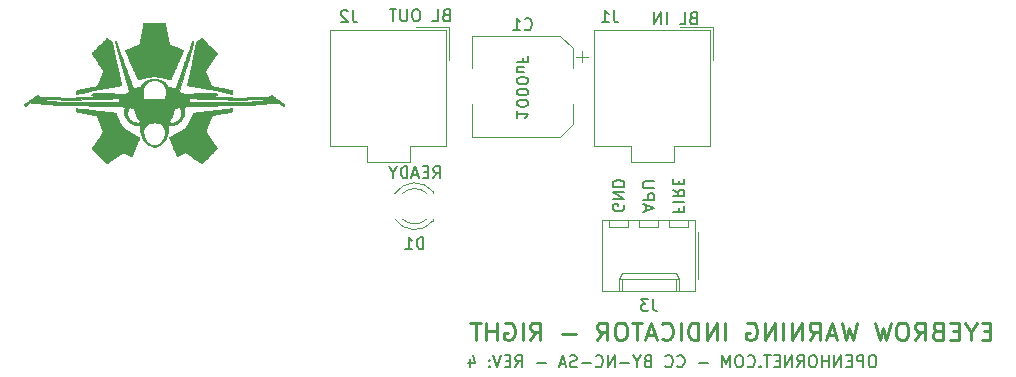
<source format=gbr>
%TF.GenerationSoftware,KiCad,Pcbnew,(5.1.12-1-10_14)*%
%TF.CreationDate,2021-11-28T14:01:49+11:00*%
%TF.ProjectId,ewi_v3-right,6577695f-7633-42d7-9269-6768742e6b69,rev?*%
%TF.SameCoordinates,Original*%
%TF.FileFunction,Legend,Bot*%
%TF.FilePolarity,Positive*%
%FSLAX46Y46*%
G04 Gerber Fmt 4.6, Leading zero omitted, Abs format (unit mm)*
G04 Created by KiCad (PCBNEW (5.1.12-1-10_14)) date 2021-11-28 14:01:49*
%MOMM*%
%LPD*%
G01*
G04 APERTURE LIST*
%ADD10C,0.150000*%
%ADD11C,0.250000*%
%ADD12C,0.010000*%
%ADD13C,0.120000*%
G04 APERTURE END LIST*
D10*
X140759049Y-83054576D02*
X141092382Y-82578386D01*
X141330477Y-83054576D02*
X141330477Y-82054576D01*
X140949525Y-82054576D01*
X140854287Y-82102196D01*
X140806668Y-82149815D01*
X140759049Y-82245053D01*
X140759049Y-82387910D01*
X140806668Y-82483148D01*
X140854287Y-82530767D01*
X140949525Y-82578386D01*
X141330477Y-82578386D01*
X140330477Y-82530767D02*
X139997144Y-82530767D01*
X139854287Y-83054576D02*
X140330477Y-83054576D01*
X140330477Y-82054576D01*
X139854287Y-82054576D01*
X139473334Y-82768862D02*
X138997144Y-82768862D01*
X139568572Y-83054576D02*
X139235239Y-82054576D01*
X138901906Y-83054576D01*
X138568572Y-83054576D02*
X138568572Y-82054576D01*
X138330477Y-82054576D01*
X138187620Y-82102196D01*
X138092382Y-82197434D01*
X138044763Y-82292672D01*
X137997144Y-82483148D01*
X137997144Y-82626005D01*
X138044763Y-82816481D01*
X138092382Y-82911719D01*
X138187620Y-83006957D01*
X138330477Y-83054576D01*
X138568572Y-83054576D01*
X137378096Y-82578386D02*
X137378096Y-83054576D01*
X137711429Y-82054576D02*
X137378096Y-82578386D01*
X137044763Y-82054576D01*
X147806668Y-77376005D02*
X147806668Y-77947434D01*
X147806668Y-77661719D02*
X148806668Y-77661719D01*
X148663810Y-77756957D01*
X148568572Y-77852196D01*
X148520953Y-77947434D01*
X148806668Y-76756957D02*
X148806668Y-76661719D01*
X148759049Y-76566481D01*
X148711429Y-76518862D01*
X148616191Y-76471243D01*
X148425715Y-76423624D01*
X148187620Y-76423624D01*
X147997144Y-76471243D01*
X147901906Y-76518862D01*
X147854287Y-76566481D01*
X147806668Y-76661719D01*
X147806668Y-76756957D01*
X147854287Y-76852196D01*
X147901906Y-76899815D01*
X147997144Y-76947434D01*
X148187620Y-76995053D01*
X148425715Y-76995053D01*
X148616191Y-76947434D01*
X148711429Y-76899815D01*
X148759049Y-76852196D01*
X148806668Y-76756957D01*
X148806668Y-75804576D02*
X148806668Y-75709338D01*
X148759049Y-75614100D01*
X148711429Y-75566481D01*
X148616191Y-75518862D01*
X148425715Y-75471243D01*
X148187620Y-75471243D01*
X147997144Y-75518862D01*
X147901906Y-75566481D01*
X147854287Y-75614100D01*
X147806668Y-75709338D01*
X147806668Y-75804576D01*
X147854287Y-75899815D01*
X147901906Y-75947434D01*
X147997144Y-75995053D01*
X148187620Y-76042672D01*
X148425715Y-76042672D01*
X148616191Y-75995053D01*
X148711429Y-75947434D01*
X148759049Y-75899815D01*
X148806668Y-75804576D01*
X148806668Y-74852196D02*
X148806668Y-74756957D01*
X148759049Y-74661719D01*
X148711429Y-74614100D01*
X148616191Y-74566481D01*
X148425715Y-74518862D01*
X148187620Y-74518862D01*
X147997144Y-74566481D01*
X147901906Y-74614100D01*
X147854287Y-74661719D01*
X147806668Y-74756957D01*
X147806668Y-74852196D01*
X147854287Y-74947434D01*
X147901906Y-74995053D01*
X147997144Y-75042672D01*
X148187620Y-75090291D01*
X148425715Y-75090291D01*
X148616191Y-75042672D01*
X148711429Y-74995053D01*
X148759049Y-74947434D01*
X148806668Y-74852196D01*
X148473334Y-73661719D02*
X147806668Y-73661719D01*
X148473334Y-74090291D02*
X147949525Y-74090291D01*
X147854287Y-74042672D01*
X147806668Y-73947434D01*
X147806668Y-73804576D01*
X147854287Y-73709338D01*
X147901906Y-73661719D01*
X148330477Y-72852196D02*
X148330477Y-73185529D01*
X147806668Y-73185529D02*
X148806668Y-73185529D01*
X148806668Y-72709338D01*
X178032858Y-98054576D02*
X177842382Y-98054576D01*
X177747144Y-98102196D01*
X177651906Y-98197434D01*
X177604287Y-98387910D01*
X177604287Y-98721243D01*
X177651906Y-98911719D01*
X177747144Y-99006957D01*
X177842382Y-99054576D01*
X178032858Y-99054576D01*
X178128096Y-99006957D01*
X178223334Y-98911719D01*
X178270953Y-98721243D01*
X178270953Y-98387910D01*
X178223334Y-98197434D01*
X178128096Y-98102196D01*
X178032858Y-98054576D01*
X177175715Y-99054576D02*
X177175715Y-98054576D01*
X176794763Y-98054576D01*
X176699525Y-98102196D01*
X176651906Y-98149815D01*
X176604287Y-98245053D01*
X176604287Y-98387910D01*
X176651906Y-98483148D01*
X176699525Y-98530767D01*
X176794763Y-98578386D01*
X177175715Y-98578386D01*
X176175715Y-98530767D02*
X175842382Y-98530767D01*
X175699525Y-99054576D02*
X176175715Y-99054576D01*
X176175715Y-98054576D01*
X175699525Y-98054576D01*
X175270953Y-99054576D02*
X175270953Y-98054576D01*
X174699525Y-99054576D01*
X174699525Y-98054576D01*
X174223334Y-99054576D02*
X174223334Y-98054576D01*
X174223334Y-98530767D02*
X173651906Y-98530767D01*
X173651906Y-99054576D02*
X173651906Y-98054576D01*
X172985239Y-98054576D02*
X172794763Y-98054576D01*
X172699525Y-98102196D01*
X172604287Y-98197434D01*
X172556668Y-98387910D01*
X172556668Y-98721243D01*
X172604287Y-98911719D01*
X172699525Y-99006957D01*
X172794763Y-99054576D01*
X172985239Y-99054576D01*
X173080477Y-99006957D01*
X173175715Y-98911719D01*
X173223334Y-98721243D01*
X173223334Y-98387910D01*
X173175715Y-98197434D01*
X173080477Y-98102196D01*
X172985239Y-98054576D01*
X171556668Y-99054576D02*
X171890001Y-98578386D01*
X172128096Y-99054576D02*
X172128096Y-98054576D01*
X171747144Y-98054576D01*
X171651906Y-98102196D01*
X171604287Y-98149815D01*
X171556668Y-98245053D01*
X171556668Y-98387910D01*
X171604287Y-98483148D01*
X171651906Y-98530767D01*
X171747144Y-98578386D01*
X172128096Y-98578386D01*
X171128096Y-99054576D02*
X171128096Y-98054576D01*
X170556668Y-99054576D01*
X170556668Y-98054576D01*
X170080477Y-98530767D02*
X169747144Y-98530767D01*
X169604287Y-99054576D02*
X170080477Y-99054576D01*
X170080477Y-98054576D01*
X169604287Y-98054576D01*
X169318572Y-98054576D02*
X168747144Y-98054576D01*
X169032858Y-99054576D02*
X169032858Y-98054576D01*
X168413810Y-98959338D02*
X168366191Y-99006957D01*
X168413810Y-99054576D01*
X168461429Y-99006957D01*
X168413810Y-98959338D01*
X168413810Y-99054576D01*
X167366191Y-98959338D02*
X167413810Y-99006957D01*
X167556668Y-99054576D01*
X167651906Y-99054576D01*
X167794763Y-99006957D01*
X167890001Y-98911719D01*
X167937620Y-98816481D01*
X167985239Y-98626005D01*
X167985239Y-98483148D01*
X167937620Y-98292672D01*
X167890001Y-98197434D01*
X167794763Y-98102196D01*
X167651906Y-98054576D01*
X167556668Y-98054576D01*
X167413810Y-98102196D01*
X167366191Y-98149815D01*
X166747144Y-98054576D02*
X166556668Y-98054576D01*
X166461429Y-98102196D01*
X166366191Y-98197434D01*
X166318572Y-98387910D01*
X166318572Y-98721243D01*
X166366191Y-98911719D01*
X166461429Y-99006957D01*
X166556668Y-99054576D01*
X166747144Y-99054576D01*
X166842382Y-99006957D01*
X166937620Y-98911719D01*
X166985239Y-98721243D01*
X166985239Y-98387910D01*
X166937620Y-98197434D01*
X166842382Y-98102196D01*
X166747144Y-98054576D01*
X165890001Y-99054576D02*
X165890001Y-98054576D01*
X165556668Y-98768862D01*
X165223334Y-98054576D01*
X165223334Y-99054576D01*
X163985239Y-98673624D02*
X163223334Y-98673624D01*
X161413810Y-98959338D02*
X161461429Y-99006957D01*
X161604287Y-99054576D01*
X161699525Y-99054576D01*
X161842382Y-99006957D01*
X161937620Y-98911719D01*
X161985239Y-98816481D01*
X162032858Y-98626005D01*
X162032858Y-98483148D01*
X161985239Y-98292672D01*
X161937620Y-98197434D01*
X161842382Y-98102196D01*
X161699525Y-98054576D01*
X161604287Y-98054576D01*
X161461429Y-98102196D01*
X161413810Y-98149815D01*
X160413810Y-98959338D02*
X160461429Y-99006957D01*
X160604287Y-99054576D01*
X160699525Y-99054576D01*
X160842382Y-99006957D01*
X160937620Y-98911719D01*
X160985239Y-98816481D01*
X161032858Y-98626005D01*
X161032858Y-98483148D01*
X160985239Y-98292672D01*
X160937620Y-98197434D01*
X160842382Y-98102196D01*
X160699525Y-98054576D01*
X160604287Y-98054576D01*
X160461429Y-98102196D01*
X160413810Y-98149815D01*
X158890001Y-98530767D02*
X158747144Y-98578386D01*
X158699525Y-98626005D01*
X158651906Y-98721243D01*
X158651906Y-98864100D01*
X158699525Y-98959338D01*
X158747144Y-99006957D01*
X158842382Y-99054576D01*
X159223334Y-99054576D01*
X159223334Y-98054576D01*
X158890001Y-98054576D01*
X158794763Y-98102196D01*
X158747144Y-98149815D01*
X158699525Y-98245053D01*
X158699525Y-98340291D01*
X158747144Y-98435529D01*
X158794763Y-98483148D01*
X158890001Y-98530767D01*
X159223334Y-98530767D01*
X158032858Y-98578386D02*
X158032858Y-99054576D01*
X158366191Y-98054576D02*
X158032858Y-98578386D01*
X157699525Y-98054576D01*
X157366191Y-98673624D02*
X156604287Y-98673624D01*
X156128096Y-99054576D02*
X156128096Y-98054576D01*
X155556668Y-99054576D01*
X155556668Y-98054576D01*
X154509049Y-98959338D02*
X154556668Y-99006957D01*
X154699525Y-99054576D01*
X154794763Y-99054576D01*
X154937620Y-99006957D01*
X155032858Y-98911719D01*
X155080477Y-98816481D01*
X155128096Y-98626005D01*
X155128096Y-98483148D01*
X155080477Y-98292672D01*
X155032858Y-98197434D01*
X154937620Y-98102196D01*
X154794763Y-98054576D01*
X154699525Y-98054576D01*
X154556668Y-98102196D01*
X154509049Y-98149815D01*
X154080477Y-98673624D02*
X153318572Y-98673624D01*
X152890001Y-99006957D02*
X152747144Y-99054576D01*
X152509049Y-99054576D01*
X152413810Y-99006957D01*
X152366191Y-98959338D01*
X152318572Y-98864100D01*
X152318572Y-98768862D01*
X152366191Y-98673624D01*
X152413810Y-98626005D01*
X152509049Y-98578386D01*
X152699525Y-98530767D01*
X152794763Y-98483148D01*
X152842382Y-98435529D01*
X152890001Y-98340291D01*
X152890001Y-98245053D01*
X152842382Y-98149815D01*
X152794763Y-98102196D01*
X152699525Y-98054576D01*
X152461429Y-98054576D01*
X152318572Y-98102196D01*
X151937620Y-98768862D02*
X151461429Y-98768862D01*
X152032858Y-99054576D02*
X151699525Y-98054576D01*
X151366191Y-99054576D01*
X150270953Y-98673624D02*
X149509049Y-98673624D01*
X147699525Y-99054576D02*
X148032858Y-98578386D01*
X148270953Y-99054576D02*
X148270953Y-98054576D01*
X147890001Y-98054576D01*
X147794763Y-98102196D01*
X147747144Y-98149815D01*
X147699525Y-98245053D01*
X147699525Y-98387910D01*
X147747144Y-98483148D01*
X147794763Y-98530767D01*
X147890001Y-98578386D01*
X148270953Y-98578386D01*
X147270953Y-98530767D02*
X146937620Y-98530767D01*
X146794763Y-99054576D02*
X147270953Y-99054576D01*
X147270953Y-98054576D01*
X146794763Y-98054576D01*
X146509049Y-98054576D02*
X146175715Y-99054576D01*
X145842382Y-98054576D01*
X145509049Y-98959338D02*
X145461429Y-99006957D01*
X145509049Y-99054576D01*
X145556668Y-99006957D01*
X145509049Y-98959338D01*
X145509049Y-99054576D01*
X145509049Y-98435529D02*
X145461429Y-98483148D01*
X145509049Y-98530767D01*
X145556668Y-98483148D01*
X145509049Y-98435529D01*
X145509049Y-98530767D01*
X143842382Y-98387910D02*
X143842382Y-99054576D01*
X144080477Y-98006957D02*
X144318572Y-98721243D01*
X143699525Y-98721243D01*
D11*
X187901906Y-95995053D02*
X187401906Y-95995053D01*
X187187620Y-96780767D02*
X187901906Y-96780767D01*
X187901906Y-95280767D01*
X187187620Y-95280767D01*
X186259049Y-96066481D02*
X186259049Y-96780767D01*
X186759049Y-95280767D02*
X186259049Y-96066481D01*
X185759049Y-95280767D01*
X185259049Y-95995053D02*
X184759049Y-95995053D01*
X184544763Y-96780767D02*
X185259049Y-96780767D01*
X185259049Y-95280767D01*
X184544763Y-95280767D01*
X183401906Y-95995053D02*
X183187620Y-96066481D01*
X183116191Y-96137910D01*
X183044763Y-96280767D01*
X183044763Y-96495053D01*
X183116191Y-96637910D01*
X183187620Y-96709338D01*
X183330477Y-96780767D01*
X183901906Y-96780767D01*
X183901906Y-95280767D01*
X183401906Y-95280767D01*
X183259049Y-95352196D01*
X183187620Y-95423624D01*
X183116191Y-95566481D01*
X183116191Y-95709338D01*
X183187620Y-95852196D01*
X183259049Y-95923624D01*
X183401906Y-95995053D01*
X183901906Y-95995053D01*
X181544763Y-96780767D02*
X182044763Y-96066481D01*
X182401906Y-96780767D02*
X182401906Y-95280767D01*
X181830477Y-95280767D01*
X181687620Y-95352196D01*
X181616191Y-95423624D01*
X181544763Y-95566481D01*
X181544763Y-95780767D01*
X181616191Y-95923624D01*
X181687620Y-95995053D01*
X181830477Y-96066481D01*
X182401906Y-96066481D01*
X180616191Y-95280767D02*
X180330477Y-95280767D01*
X180187620Y-95352196D01*
X180044763Y-95495053D01*
X179973334Y-95780767D01*
X179973334Y-96280767D01*
X180044763Y-96566481D01*
X180187620Y-96709338D01*
X180330477Y-96780767D01*
X180616191Y-96780767D01*
X180759049Y-96709338D01*
X180901906Y-96566481D01*
X180973334Y-96280767D01*
X180973334Y-95780767D01*
X180901906Y-95495053D01*
X180759049Y-95352196D01*
X180616191Y-95280767D01*
X179473334Y-95280767D02*
X179116191Y-96780767D01*
X178830477Y-95709338D01*
X178544763Y-96780767D01*
X178187620Y-95280767D01*
X176616191Y-95280767D02*
X176259049Y-96780767D01*
X175973334Y-95709338D01*
X175687620Y-96780767D01*
X175330477Y-95280767D01*
X174830477Y-96352196D02*
X174116191Y-96352196D01*
X174973334Y-96780767D02*
X174473334Y-95280767D01*
X173973334Y-96780767D01*
X172616191Y-96780767D02*
X173116191Y-96066481D01*
X173473334Y-96780767D02*
X173473334Y-95280767D01*
X172901906Y-95280767D01*
X172759049Y-95352196D01*
X172687620Y-95423624D01*
X172616191Y-95566481D01*
X172616191Y-95780767D01*
X172687620Y-95923624D01*
X172759049Y-95995053D01*
X172901906Y-96066481D01*
X173473334Y-96066481D01*
X171973334Y-96780767D02*
X171973334Y-95280767D01*
X171116191Y-96780767D01*
X171116191Y-95280767D01*
X170401906Y-96780767D02*
X170401906Y-95280767D01*
X169687620Y-96780767D02*
X169687620Y-95280767D01*
X168830477Y-96780767D01*
X168830477Y-95280767D01*
X167330477Y-95352196D02*
X167473334Y-95280767D01*
X167687620Y-95280767D01*
X167901906Y-95352196D01*
X168044763Y-95495053D01*
X168116191Y-95637910D01*
X168187620Y-95923624D01*
X168187620Y-96137910D01*
X168116191Y-96423624D01*
X168044763Y-96566481D01*
X167901906Y-96709338D01*
X167687620Y-96780767D01*
X167544763Y-96780767D01*
X167330477Y-96709338D01*
X167259049Y-96637910D01*
X167259049Y-96137910D01*
X167544763Y-96137910D01*
X165473334Y-96780767D02*
X165473334Y-95280767D01*
X164759049Y-96780767D02*
X164759049Y-95280767D01*
X163901906Y-96780767D01*
X163901906Y-95280767D01*
X163187620Y-96780767D02*
X163187620Y-95280767D01*
X162830477Y-95280767D01*
X162616191Y-95352196D01*
X162473334Y-95495053D01*
X162401906Y-95637910D01*
X162330477Y-95923624D01*
X162330477Y-96137910D01*
X162401906Y-96423624D01*
X162473334Y-96566481D01*
X162616191Y-96709338D01*
X162830477Y-96780767D01*
X163187620Y-96780767D01*
X161687620Y-96780767D02*
X161687620Y-95280767D01*
X160116191Y-96637910D02*
X160187620Y-96709338D01*
X160401906Y-96780767D01*
X160544763Y-96780767D01*
X160759049Y-96709338D01*
X160901906Y-96566481D01*
X160973334Y-96423624D01*
X161044763Y-96137910D01*
X161044763Y-95923624D01*
X160973334Y-95637910D01*
X160901906Y-95495053D01*
X160759049Y-95352196D01*
X160544763Y-95280767D01*
X160401906Y-95280767D01*
X160187620Y-95352196D01*
X160116191Y-95423624D01*
X159544763Y-96352196D02*
X158830477Y-96352196D01*
X159687620Y-96780767D02*
X159187620Y-95280767D01*
X158687620Y-96780767D01*
X158401906Y-95280767D02*
X157544763Y-95280767D01*
X157973334Y-96780767D02*
X157973334Y-95280767D01*
X156759049Y-95280767D02*
X156473334Y-95280767D01*
X156330477Y-95352196D01*
X156187620Y-95495053D01*
X156116191Y-95780767D01*
X156116191Y-96280767D01*
X156187620Y-96566481D01*
X156330477Y-96709338D01*
X156473334Y-96780767D01*
X156759049Y-96780767D01*
X156901906Y-96709338D01*
X157044763Y-96566481D01*
X157116191Y-96280767D01*
X157116191Y-95780767D01*
X157044763Y-95495053D01*
X156901906Y-95352196D01*
X156759049Y-95280767D01*
X154616191Y-96780767D02*
X155116191Y-96066481D01*
X155473334Y-96780767D02*
X155473334Y-95280767D01*
X154901906Y-95280767D01*
X154759049Y-95352196D01*
X154687620Y-95423624D01*
X154616191Y-95566481D01*
X154616191Y-95780767D01*
X154687620Y-95923624D01*
X154759049Y-95995053D01*
X154901906Y-96066481D01*
X155473334Y-96066481D01*
X152830477Y-96209338D02*
X151687620Y-96209338D01*
X148973334Y-96780767D02*
X149473334Y-96066481D01*
X149830477Y-96780767D02*
X149830477Y-95280767D01*
X149259049Y-95280767D01*
X149116191Y-95352196D01*
X149044763Y-95423624D01*
X148973334Y-95566481D01*
X148973334Y-95780767D01*
X149044763Y-95923624D01*
X149116191Y-95995053D01*
X149259049Y-96066481D01*
X149830477Y-96066481D01*
X148330477Y-96780767D02*
X148330477Y-95280767D01*
X146830477Y-95352196D02*
X146973334Y-95280767D01*
X147187620Y-95280767D01*
X147401906Y-95352196D01*
X147544763Y-95495053D01*
X147616191Y-95637910D01*
X147687620Y-95923624D01*
X147687620Y-96137910D01*
X147616191Y-96423624D01*
X147544763Y-96566481D01*
X147401906Y-96709338D01*
X147187620Y-96780767D01*
X147044763Y-96780767D01*
X146830477Y-96709338D01*
X146759049Y-96637910D01*
X146759049Y-96137910D01*
X147044763Y-96137910D01*
X146116191Y-96780767D02*
X146116191Y-95280767D01*
X146116191Y-95995053D02*
X145259049Y-95995053D01*
X145259049Y-96780767D02*
X145259049Y-95280767D01*
X144759049Y-95280767D02*
X143901906Y-95280767D01*
X144330477Y-96780767D02*
X144330477Y-95280767D01*
D10*
X161539228Y-85590762D02*
X161539228Y-85924095D01*
X161015419Y-85924095D02*
X162015419Y-85924095D01*
X162015419Y-85447904D01*
X161015419Y-85066952D02*
X162015419Y-85066952D01*
X161015419Y-84019333D02*
X161491609Y-84352666D01*
X161015419Y-84590762D02*
X162015419Y-84590762D01*
X162015419Y-84209809D01*
X161967800Y-84114571D01*
X161920180Y-84066952D01*
X161824942Y-84019333D01*
X161682085Y-84019333D01*
X161586847Y-84066952D01*
X161539228Y-84114571D01*
X161491609Y-84209809D01*
X161491609Y-84590762D01*
X161539228Y-83590762D02*
X161539228Y-83257428D01*
X161015419Y-83114571D02*
X161015419Y-83590762D01*
X162015419Y-83590762D01*
X162015419Y-83114571D01*
X158761133Y-85805047D02*
X158761133Y-85328857D01*
X158475419Y-85900285D02*
X159475419Y-85566952D01*
X158475419Y-85233619D01*
X158475419Y-84900285D02*
X159475419Y-84900285D01*
X159475419Y-84519333D01*
X159427800Y-84424095D01*
X159380180Y-84376476D01*
X159284942Y-84328857D01*
X159142085Y-84328857D01*
X159046847Y-84376476D01*
X158999228Y-84424095D01*
X158951609Y-84519333D01*
X158951609Y-84900285D01*
X159475419Y-83900285D02*
X158665895Y-83900285D01*
X158570657Y-83852666D01*
X158523038Y-83805047D01*
X158475419Y-83709809D01*
X158475419Y-83519333D01*
X158523038Y-83424095D01*
X158570657Y-83376476D01*
X158665895Y-83328857D01*
X159475419Y-83328857D01*
X156887800Y-85305047D02*
X156935419Y-85400285D01*
X156935419Y-85543143D01*
X156887800Y-85686000D01*
X156792561Y-85781238D01*
X156697323Y-85828857D01*
X156506847Y-85876476D01*
X156363990Y-85876476D01*
X156173514Y-85828857D01*
X156078276Y-85781238D01*
X155983038Y-85686000D01*
X155935419Y-85543143D01*
X155935419Y-85447904D01*
X155983038Y-85305047D01*
X156030657Y-85257428D01*
X156363990Y-85257428D01*
X156363990Y-85447904D01*
X155935419Y-84828857D02*
X156935419Y-84828857D01*
X155935419Y-84257428D01*
X156935419Y-84257428D01*
X155935419Y-83781238D02*
X156935419Y-83781238D01*
X156935419Y-83543143D01*
X156887800Y-83400285D01*
X156792561Y-83305047D01*
X156697323Y-83257428D01*
X156506847Y-83209809D01*
X156363990Y-83209809D01*
X156173514Y-83257428D01*
X156078276Y-83305047D01*
X155983038Y-83400285D01*
X155935419Y-83543143D01*
X155935419Y-83781238D01*
D12*
%TO.C,G\u002A\u002A\u002A*%
G36*
X117164238Y-69905197D02*
G01*
X117122876Y-69905197D01*
X116983210Y-69905214D01*
X116859486Y-69905275D01*
X116750712Y-69905397D01*
X116655898Y-69905596D01*
X116574052Y-69905888D01*
X116504183Y-69906288D01*
X116445299Y-69906812D01*
X116396409Y-69907477D01*
X116356522Y-69908298D01*
X116324646Y-69909291D01*
X116299790Y-69910473D01*
X116280963Y-69911859D01*
X116267173Y-69913465D01*
X116257429Y-69915307D01*
X116250740Y-69917401D01*
X116246877Y-69919296D01*
X116226920Y-69935552D01*
X116213943Y-69953292D01*
X116211159Y-69964243D01*
X116205519Y-69990702D01*
X116197242Y-70031528D01*
X116186548Y-70085576D01*
X116173658Y-70151705D01*
X116158792Y-70228771D01*
X116142168Y-70315632D01*
X116124006Y-70411145D01*
X116104528Y-70514167D01*
X116083952Y-70623555D01*
X116062498Y-70738166D01*
X116047936Y-70816273D01*
X116025988Y-70933782D01*
X116004725Y-71046867D01*
X115984368Y-71154382D01*
X115965144Y-71255178D01*
X115947273Y-71348109D01*
X115930981Y-71432025D01*
X115916492Y-71505780D01*
X115904027Y-71568225D01*
X115893812Y-71618214D01*
X115886070Y-71654599D01*
X115881024Y-71676231D01*
X115879285Y-71681859D01*
X115863884Y-71704745D01*
X115847720Y-71722532D01*
X115837697Y-71727848D01*
X115813491Y-71738930D01*
X115776600Y-71755155D01*
X115728525Y-71775903D01*
X115670765Y-71800552D01*
X115604817Y-71828478D01*
X115532183Y-71859061D01*
X115454360Y-71891679D01*
X115372848Y-71925709D01*
X115289146Y-71960531D01*
X115204753Y-71995521D01*
X115121169Y-72030058D01*
X115039892Y-72063521D01*
X114962422Y-72095286D01*
X114890258Y-72124733D01*
X114824898Y-72151240D01*
X114767843Y-72174184D01*
X114720591Y-72192944D01*
X114684641Y-72206898D01*
X114661493Y-72215424D01*
X114653767Y-72217817D01*
X114652958Y-72220694D01*
X114654715Y-72228890D01*
X114659309Y-72243028D01*
X114667014Y-72263735D01*
X114678099Y-72291634D01*
X114692836Y-72327350D01*
X114711498Y-72371508D01*
X114734355Y-72424733D01*
X114761678Y-72487648D01*
X114793741Y-72560880D01*
X114830813Y-72645051D01*
X114873167Y-72740788D01*
X114921074Y-72848714D01*
X114974805Y-72969454D01*
X115034633Y-73103633D01*
X115100828Y-73251876D01*
X115173662Y-73414807D01*
X115188731Y-73448496D01*
X115249892Y-73585203D01*
X115309233Y-73717788D01*
X115366382Y-73845419D01*
X115420965Y-73967265D01*
X115472608Y-74082492D01*
X115520937Y-74190270D01*
X115565579Y-74289765D01*
X115606161Y-74380147D01*
X115642309Y-74460582D01*
X115673650Y-74530240D01*
X115699809Y-74588287D01*
X115720414Y-74633892D01*
X115735091Y-74666223D01*
X115743466Y-74684448D01*
X115745336Y-74688308D01*
X115750595Y-74692379D01*
X115761148Y-74693209D01*
X115779386Y-74690347D01*
X115807702Y-74683341D01*
X115848490Y-74671742D01*
X115875005Y-74663870D01*
X115996691Y-74628991D01*
X116127083Y-74594414D01*
X116261936Y-74561124D01*
X116397001Y-74530104D01*
X116528032Y-74502337D01*
X116650782Y-74478806D01*
X116738032Y-74464029D01*
X116788849Y-74457819D01*
X116853181Y-74452740D01*
X116927645Y-74448833D01*
X117008860Y-74446139D01*
X117093441Y-74444700D01*
X117178006Y-74444556D01*
X117259173Y-74445750D01*
X117333558Y-74448322D01*
X117397779Y-74452314D01*
X117431317Y-74455555D01*
X117528336Y-74468723D01*
X117637938Y-74487056D01*
X117756829Y-74509834D01*
X117881718Y-74536334D01*
X118009309Y-74565833D01*
X118136310Y-74597611D01*
X118259427Y-74630945D01*
X118344918Y-74655835D01*
X118390690Y-74669491D01*
X118430757Y-74681227D01*
X118462336Y-74690244D01*
X118482644Y-74695747D01*
X118488851Y-74697086D01*
X118492848Y-74689433D01*
X118503239Y-74667079D01*
X118519661Y-74630849D01*
X118541749Y-74581569D01*
X118569139Y-74520064D01*
X118601468Y-74447159D01*
X118638371Y-74363679D01*
X118679484Y-74270449D01*
X118724443Y-74168295D01*
X118772884Y-74058042D01*
X118824443Y-73940514D01*
X118878757Y-73816538D01*
X118935460Y-73686939D01*
X118994189Y-73552541D01*
X119032499Y-73464782D01*
X119092343Y-73327611D01*
X119150346Y-73194599D01*
X119206146Y-73066581D01*
X119259380Y-72944389D01*
X119309686Y-72828857D01*
X119356702Y-72720818D01*
X119400066Y-72621107D01*
X119439415Y-72530556D01*
X119474388Y-72449998D01*
X119504622Y-72380268D01*
X119529754Y-72322199D01*
X119549424Y-72276624D01*
X119563267Y-72244376D01*
X119570923Y-72226289D01*
X119572405Y-72222543D01*
X119565113Y-72217441D01*
X119542823Y-72206393D01*
X119506271Y-72189715D01*
X119456192Y-72167723D01*
X119393323Y-72140731D01*
X119318398Y-72109055D01*
X119232155Y-72073011D01*
X119135327Y-72032912D01*
X119028652Y-71989076D01*
X119005429Y-71979572D01*
X118911677Y-71941141D01*
X118822039Y-71904221D01*
X118737824Y-71869360D01*
X118660340Y-71837108D01*
X118590894Y-71808016D01*
X118530794Y-71782632D01*
X118481348Y-71761507D01*
X118443865Y-71745190D01*
X118419652Y-71734230D01*
X118410489Y-71729543D01*
X118388813Y-71709730D01*
X118370828Y-71684853D01*
X118369815Y-71682934D01*
X118365870Y-71669883D01*
X118359090Y-71640957D01*
X118349629Y-71596949D01*
X118337643Y-71538651D01*
X118323288Y-71466856D01*
X118306718Y-71382356D01*
X118288090Y-71285943D01*
X118267559Y-71178410D01*
X118245280Y-71060550D01*
X118221408Y-70933154D01*
X118198143Y-70808043D01*
X118176312Y-70690525D01*
X118155219Y-70577544D01*
X118135081Y-70470234D01*
X118116117Y-70369729D01*
X118098543Y-70277163D01*
X118082577Y-70193670D01*
X118068437Y-70120386D01*
X118056341Y-70058443D01*
X118046504Y-70008977D01*
X118039146Y-69973121D01*
X118034484Y-69952010D01*
X118032960Y-69946648D01*
X118029501Y-69940024D01*
X118025977Y-69934145D01*
X118021413Y-69928968D01*
X118014832Y-69924447D01*
X118005258Y-69920539D01*
X117991714Y-69917198D01*
X117973225Y-69914380D01*
X117948814Y-69912040D01*
X117917505Y-69910136D01*
X117878322Y-69908620D01*
X117830288Y-69907451D01*
X117772428Y-69906582D01*
X117703765Y-69905969D01*
X117623322Y-69905568D01*
X117530125Y-69905335D01*
X117423196Y-69905225D01*
X117301559Y-69905194D01*
X117164238Y-69905197D01*
G37*
X117164238Y-69905197D02*
X117122876Y-69905197D01*
X116983210Y-69905214D01*
X116859486Y-69905275D01*
X116750712Y-69905397D01*
X116655898Y-69905596D01*
X116574052Y-69905888D01*
X116504183Y-69906288D01*
X116445299Y-69906812D01*
X116396409Y-69907477D01*
X116356522Y-69908298D01*
X116324646Y-69909291D01*
X116299790Y-69910473D01*
X116280963Y-69911859D01*
X116267173Y-69913465D01*
X116257429Y-69915307D01*
X116250740Y-69917401D01*
X116246877Y-69919296D01*
X116226920Y-69935552D01*
X116213943Y-69953292D01*
X116211159Y-69964243D01*
X116205519Y-69990702D01*
X116197242Y-70031528D01*
X116186548Y-70085576D01*
X116173658Y-70151705D01*
X116158792Y-70228771D01*
X116142168Y-70315632D01*
X116124006Y-70411145D01*
X116104528Y-70514167D01*
X116083952Y-70623555D01*
X116062498Y-70738166D01*
X116047936Y-70816273D01*
X116025988Y-70933782D01*
X116004725Y-71046867D01*
X115984368Y-71154382D01*
X115965144Y-71255178D01*
X115947273Y-71348109D01*
X115930981Y-71432025D01*
X115916492Y-71505780D01*
X115904027Y-71568225D01*
X115893812Y-71618214D01*
X115886070Y-71654599D01*
X115881024Y-71676231D01*
X115879285Y-71681859D01*
X115863884Y-71704745D01*
X115847720Y-71722532D01*
X115837697Y-71727848D01*
X115813491Y-71738930D01*
X115776600Y-71755155D01*
X115728525Y-71775903D01*
X115670765Y-71800552D01*
X115604817Y-71828478D01*
X115532183Y-71859061D01*
X115454360Y-71891679D01*
X115372848Y-71925709D01*
X115289146Y-71960531D01*
X115204753Y-71995521D01*
X115121169Y-72030058D01*
X115039892Y-72063521D01*
X114962422Y-72095286D01*
X114890258Y-72124733D01*
X114824898Y-72151240D01*
X114767843Y-72174184D01*
X114720591Y-72192944D01*
X114684641Y-72206898D01*
X114661493Y-72215424D01*
X114653767Y-72217817D01*
X114652958Y-72220694D01*
X114654715Y-72228890D01*
X114659309Y-72243028D01*
X114667014Y-72263735D01*
X114678099Y-72291634D01*
X114692836Y-72327350D01*
X114711498Y-72371508D01*
X114734355Y-72424733D01*
X114761678Y-72487648D01*
X114793741Y-72560880D01*
X114830813Y-72645051D01*
X114873167Y-72740788D01*
X114921074Y-72848714D01*
X114974805Y-72969454D01*
X115034633Y-73103633D01*
X115100828Y-73251876D01*
X115173662Y-73414807D01*
X115188731Y-73448496D01*
X115249892Y-73585203D01*
X115309233Y-73717788D01*
X115366382Y-73845419D01*
X115420965Y-73967265D01*
X115472608Y-74082492D01*
X115520937Y-74190270D01*
X115565579Y-74289765D01*
X115606161Y-74380147D01*
X115642309Y-74460582D01*
X115673650Y-74530240D01*
X115699809Y-74588287D01*
X115720414Y-74633892D01*
X115735091Y-74666223D01*
X115743466Y-74684448D01*
X115745336Y-74688308D01*
X115750595Y-74692379D01*
X115761148Y-74693209D01*
X115779386Y-74690347D01*
X115807702Y-74683341D01*
X115848490Y-74671742D01*
X115875005Y-74663870D01*
X115996691Y-74628991D01*
X116127083Y-74594414D01*
X116261936Y-74561124D01*
X116397001Y-74530104D01*
X116528032Y-74502337D01*
X116650782Y-74478806D01*
X116738032Y-74464029D01*
X116788849Y-74457819D01*
X116853181Y-74452740D01*
X116927645Y-74448833D01*
X117008860Y-74446139D01*
X117093441Y-74444700D01*
X117178006Y-74444556D01*
X117259173Y-74445750D01*
X117333558Y-74448322D01*
X117397779Y-74452314D01*
X117431317Y-74455555D01*
X117528336Y-74468723D01*
X117637938Y-74487056D01*
X117756829Y-74509834D01*
X117881718Y-74536334D01*
X118009309Y-74565833D01*
X118136310Y-74597611D01*
X118259427Y-74630945D01*
X118344918Y-74655835D01*
X118390690Y-74669491D01*
X118430757Y-74681227D01*
X118462336Y-74690244D01*
X118482644Y-74695747D01*
X118488851Y-74697086D01*
X118492848Y-74689433D01*
X118503239Y-74667079D01*
X118519661Y-74630849D01*
X118541749Y-74581569D01*
X118569139Y-74520064D01*
X118601468Y-74447159D01*
X118638371Y-74363679D01*
X118679484Y-74270449D01*
X118724443Y-74168295D01*
X118772884Y-74058042D01*
X118824443Y-73940514D01*
X118878757Y-73816538D01*
X118935460Y-73686939D01*
X118994189Y-73552541D01*
X119032499Y-73464782D01*
X119092343Y-73327611D01*
X119150346Y-73194599D01*
X119206146Y-73066581D01*
X119259380Y-72944389D01*
X119309686Y-72828857D01*
X119356702Y-72720818D01*
X119400066Y-72621107D01*
X119439415Y-72530556D01*
X119474388Y-72449998D01*
X119504622Y-72380268D01*
X119529754Y-72322199D01*
X119549424Y-72276624D01*
X119563267Y-72244376D01*
X119570923Y-72226289D01*
X119572405Y-72222543D01*
X119565113Y-72217441D01*
X119542823Y-72206393D01*
X119506271Y-72189715D01*
X119456192Y-72167723D01*
X119393323Y-72140731D01*
X119318398Y-72109055D01*
X119232155Y-72073011D01*
X119135327Y-72032912D01*
X119028652Y-71989076D01*
X119005429Y-71979572D01*
X118911677Y-71941141D01*
X118822039Y-71904221D01*
X118737824Y-71869360D01*
X118660340Y-71837108D01*
X118590894Y-71808016D01*
X118530794Y-71782632D01*
X118481348Y-71761507D01*
X118443865Y-71745190D01*
X118419652Y-71734230D01*
X118410489Y-71729543D01*
X118388813Y-71709730D01*
X118370828Y-71684853D01*
X118369815Y-71682934D01*
X118365870Y-71669883D01*
X118359090Y-71640957D01*
X118349629Y-71596949D01*
X118337643Y-71538651D01*
X118323288Y-71466856D01*
X118306718Y-71382356D01*
X118288090Y-71285943D01*
X118267559Y-71178410D01*
X118245280Y-71060550D01*
X118221408Y-70933154D01*
X118198143Y-70808043D01*
X118176312Y-70690525D01*
X118155219Y-70577544D01*
X118135081Y-70470234D01*
X118116117Y-70369729D01*
X118098543Y-70277163D01*
X118082577Y-70193670D01*
X118068437Y-70120386D01*
X118056341Y-70058443D01*
X118046504Y-70008977D01*
X118039146Y-69973121D01*
X118034484Y-69952010D01*
X118032960Y-69946648D01*
X118029501Y-69940024D01*
X118025977Y-69934145D01*
X118021413Y-69928968D01*
X118014832Y-69924447D01*
X118005258Y-69920539D01*
X117991714Y-69917198D01*
X117973225Y-69914380D01*
X117948814Y-69912040D01*
X117917505Y-69910136D01*
X117878322Y-69908620D01*
X117830288Y-69907451D01*
X117772428Y-69906582D01*
X117703765Y-69905969D01*
X117623322Y-69905568D01*
X117530125Y-69905335D01*
X117423196Y-69905225D01*
X117301559Y-69905194D01*
X117164238Y-69905197D01*
G36*
X113081526Y-71230070D02*
G01*
X113072572Y-71236691D01*
X113052696Y-71254364D01*
X113022889Y-71282105D01*
X112984141Y-71318931D01*
X112937441Y-71363857D01*
X112883779Y-71415900D01*
X112824146Y-71474076D01*
X112759531Y-71537401D01*
X112690924Y-71604891D01*
X112619315Y-71675562D01*
X112545693Y-71748430D01*
X112471050Y-71822512D01*
X112396373Y-71896823D01*
X112322654Y-71970380D01*
X112250882Y-72042199D01*
X112182048Y-72111296D01*
X112117140Y-72176687D01*
X112057149Y-72237388D01*
X112003065Y-72292416D01*
X111955878Y-72340786D01*
X111916577Y-72381515D01*
X111886152Y-72413618D01*
X111865594Y-72436112D01*
X111855892Y-72448014D01*
X111855535Y-72448624D01*
X111846458Y-72480621D01*
X111846996Y-72500869D01*
X111852754Y-72513232D01*
X111868205Y-72539318D01*
X111893276Y-72579020D01*
X111927895Y-72632228D01*
X111971989Y-72698832D01*
X112025486Y-72778723D01*
X112088311Y-72871792D01*
X112160394Y-72977929D01*
X112241660Y-73097027D01*
X112331493Y-73228180D01*
X112410134Y-73343004D01*
X112483137Y-73449994D01*
X112550088Y-73548530D01*
X112610573Y-73637990D01*
X112664178Y-73717755D01*
X112710487Y-73787204D01*
X112749088Y-73845716D01*
X112779565Y-73892669D01*
X112801505Y-73927445D01*
X112814492Y-73949421D01*
X112818122Y-73957188D01*
X112821536Y-73982854D01*
X112820709Y-74004658D01*
X112820557Y-74005383D01*
X112816160Y-74017970D01*
X112805673Y-74044474D01*
X112789728Y-74083423D01*
X112768959Y-74133345D01*
X112743999Y-74192770D01*
X112715482Y-74260225D01*
X112684040Y-74334239D01*
X112650308Y-74413340D01*
X112614917Y-74496058D01*
X112578502Y-74580919D01*
X112541696Y-74666454D01*
X112505132Y-74751190D01*
X112469443Y-74833655D01*
X112435263Y-74912379D01*
X112403224Y-74985889D01*
X112373961Y-75052714D01*
X112348106Y-75111383D01*
X112326292Y-75160424D01*
X112309153Y-75198365D01*
X112297323Y-75223735D01*
X112291434Y-75235063D01*
X112291302Y-75235240D01*
X112271357Y-75254907D01*
X112251888Y-75268215D01*
X112240504Y-75271390D01*
X112213628Y-75277403D01*
X112172420Y-75286027D01*
X112118042Y-75297036D01*
X112051656Y-75310203D01*
X111974422Y-75325303D01*
X111887501Y-75342109D01*
X111792055Y-75360395D01*
X111689246Y-75379934D01*
X111580233Y-75400500D01*
X111466180Y-75421867D01*
X111403852Y-75433482D01*
X111268415Y-75458682D01*
X111148631Y-75480998D01*
X111043505Y-75500639D01*
X110952042Y-75517816D01*
X110873245Y-75532736D01*
X110806121Y-75545610D01*
X110749672Y-75556646D01*
X110702905Y-75566053D01*
X110664823Y-75574041D01*
X110634432Y-75580819D01*
X110610735Y-75586595D01*
X110592738Y-75591578D01*
X110579446Y-75595979D01*
X110569861Y-75600006D01*
X110562991Y-75603868D01*
X110557838Y-75607774D01*
X110553409Y-75611934D01*
X110553132Y-75612207D01*
X110527732Y-75637412D01*
X110525070Y-75785438D01*
X110522408Y-75933463D01*
X110542003Y-75932599D01*
X110553574Y-75930467D01*
X110580090Y-75924625D01*
X110620057Y-75915428D01*
X110671983Y-75903232D01*
X110734375Y-75888391D01*
X110805738Y-75871262D01*
X110884580Y-75852197D01*
X110969408Y-75831554D01*
X111056899Y-75810137D01*
X111244738Y-75764281D01*
X111416976Y-75722782D01*
X111574328Y-75685476D01*
X111717513Y-75652201D01*
X111847248Y-75622791D01*
X111964248Y-75597084D01*
X112069232Y-75574914D01*
X112162916Y-75556120D01*
X112199899Y-75549036D01*
X112229402Y-75543652D01*
X112274305Y-75535707D01*
X112333310Y-75525421D01*
X112405113Y-75513016D01*
X112488414Y-75498715D01*
X112581911Y-75482739D01*
X112684304Y-75465311D01*
X112794290Y-75446651D01*
X112910569Y-75426982D01*
X113031839Y-75406526D01*
X113156799Y-75385505D01*
X113284148Y-75364140D01*
X113296333Y-75362099D01*
X113421375Y-75341080D01*
X113542487Y-75320575D01*
X113658533Y-75300784D01*
X113768376Y-75281907D01*
X113870882Y-75264144D01*
X113964912Y-75247695D01*
X114049332Y-75232761D01*
X114123006Y-75219541D01*
X114184797Y-75208235D01*
X114233569Y-75199043D01*
X114268186Y-75192167D01*
X114287512Y-75187804D01*
X114289792Y-75187140D01*
X114318432Y-75177130D01*
X114333894Y-75169284D01*
X114339324Y-75161276D01*
X114338081Y-75151476D01*
X114334245Y-75137975D01*
X114329698Y-75120844D01*
X114324300Y-75099437D01*
X114317908Y-75073110D01*
X114310380Y-75041216D01*
X114301574Y-75003111D01*
X114291350Y-74958148D01*
X114279564Y-74905683D01*
X114266076Y-74845069D01*
X114250744Y-74775662D01*
X114233425Y-74696817D01*
X114213979Y-74607887D01*
X114192263Y-74508227D01*
X114168135Y-74397192D01*
X114141454Y-74274136D01*
X114112078Y-74138415D01*
X114079866Y-73989381D01*
X114044675Y-73826391D01*
X114006364Y-73648799D01*
X113964791Y-73455959D01*
X113919814Y-73247225D01*
X113918473Y-73241001D01*
X113543633Y-71501039D01*
X113346811Y-71365635D01*
X113294729Y-71330258D01*
X113246176Y-71298137D01*
X113203174Y-71270542D01*
X113167741Y-71248740D01*
X113141896Y-71234001D01*
X113127661Y-71227594D01*
X113126888Y-71227452D01*
X113100055Y-71227349D01*
X113081526Y-71230070D01*
G37*
X113081526Y-71230070D02*
X113072572Y-71236691D01*
X113052696Y-71254364D01*
X113022889Y-71282105D01*
X112984141Y-71318931D01*
X112937441Y-71363857D01*
X112883779Y-71415900D01*
X112824146Y-71474076D01*
X112759531Y-71537401D01*
X112690924Y-71604891D01*
X112619315Y-71675562D01*
X112545693Y-71748430D01*
X112471050Y-71822512D01*
X112396373Y-71896823D01*
X112322654Y-71970380D01*
X112250882Y-72042199D01*
X112182048Y-72111296D01*
X112117140Y-72176687D01*
X112057149Y-72237388D01*
X112003065Y-72292416D01*
X111955878Y-72340786D01*
X111916577Y-72381515D01*
X111886152Y-72413618D01*
X111865594Y-72436112D01*
X111855892Y-72448014D01*
X111855535Y-72448624D01*
X111846458Y-72480621D01*
X111846996Y-72500869D01*
X111852754Y-72513232D01*
X111868205Y-72539318D01*
X111893276Y-72579020D01*
X111927895Y-72632228D01*
X111971989Y-72698832D01*
X112025486Y-72778723D01*
X112088311Y-72871792D01*
X112160394Y-72977929D01*
X112241660Y-73097027D01*
X112331493Y-73228180D01*
X112410134Y-73343004D01*
X112483137Y-73449994D01*
X112550088Y-73548530D01*
X112610573Y-73637990D01*
X112664178Y-73717755D01*
X112710487Y-73787204D01*
X112749088Y-73845716D01*
X112779565Y-73892669D01*
X112801505Y-73927445D01*
X112814492Y-73949421D01*
X112818122Y-73957188D01*
X112821536Y-73982854D01*
X112820709Y-74004658D01*
X112820557Y-74005383D01*
X112816160Y-74017970D01*
X112805673Y-74044474D01*
X112789728Y-74083423D01*
X112768959Y-74133345D01*
X112743999Y-74192770D01*
X112715482Y-74260225D01*
X112684040Y-74334239D01*
X112650308Y-74413340D01*
X112614917Y-74496058D01*
X112578502Y-74580919D01*
X112541696Y-74666454D01*
X112505132Y-74751190D01*
X112469443Y-74833655D01*
X112435263Y-74912379D01*
X112403224Y-74985889D01*
X112373961Y-75052714D01*
X112348106Y-75111383D01*
X112326292Y-75160424D01*
X112309153Y-75198365D01*
X112297323Y-75223735D01*
X112291434Y-75235063D01*
X112291302Y-75235240D01*
X112271357Y-75254907D01*
X112251888Y-75268215D01*
X112240504Y-75271390D01*
X112213628Y-75277403D01*
X112172420Y-75286027D01*
X112118042Y-75297036D01*
X112051656Y-75310203D01*
X111974422Y-75325303D01*
X111887501Y-75342109D01*
X111792055Y-75360395D01*
X111689246Y-75379934D01*
X111580233Y-75400500D01*
X111466180Y-75421867D01*
X111403852Y-75433482D01*
X111268415Y-75458682D01*
X111148631Y-75480998D01*
X111043505Y-75500639D01*
X110952042Y-75517816D01*
X110873245Y-75532736D01*
X110806121Y-75545610D01*
X110749672Y-75556646D01*
X110702905Y-75566053D01*
X110664823Y-75574041D01*
X110634432Y-75580819D01*
X110610735Y-75586595D01*
X110592738Y-75591578D01*
X110579446Y-75595979D01*
X110569861Y-75600006D01*
X110562991Y-75603868D01*
X110557838Y-75607774D01*
X110553409Y-75611934D01*
X110553132Y-75612207D01*
X110527732Y-75637412D01*
X110525070Y-75785438D01*
X110522408Y-75933463D01*
X110542003Y-75932599D01*
X110553574Y-75930467D01*
X110580090Y-75924625D01*
X110620057Y-75915428D01*
X110671983Y-75903232D01*
X110734375Y-75888391D01*
X110805738Y-75871262D01*
X110884580Y-75852197D01*
X110969408Y-75831554D01*
X111056899Y-75810137D01*
X111244738Y-75764281D01*
X111416976Y-75722782D01*
X111574328Y-75685476D01*
X111717513Y-75652201D01*
X111847248Y-75622791D01*
X111964248Y-75597084D01*
X112069232Y-75574914D01*
X112162916Y-75556120D01*
X112199899Y-75549036D01*
X112229402Y-75543652D01*
X112274305Y-75535707D01*
X112333310Y-75525421D01*
X112405113Y-75513016D01*
X112488414Y-75498715D01*
X112581911Y-75482739D01*
X112684304Y-75465311D01*
X112794290Y-75446651D01*
X112910569Y-75426982D01*
X113031839Y-75406526D01*
X113156799Y-75385505D01*
X113284148Y-75364140D01*
X113296333Y-75362099D01*
X113421375Y-75341080D01*
X113542487Y-75320575D01*
X113658533Y-75300784D01*
X113768376Y-75281907D01*
X113870882Y-75264144D01*
X113964912Y-75247695D01*
X114049332Y-75232761D01*
X114123006Y-75219541D01*
X114184797Y-75208235D01*
X114233569Y-75199043D01*
X114268186Y-75192167D01*
X114287512Y-75187804D01*
X114289792Y-75187140D01*
X114318432Y-75177130D01*
X114333894Y-75169284D01*
X114339324Y-75161276D01*
X114338081Y-75151476D01*
X114334245Y-75137975D01*
X114329698Y-75120844D01*
X114324300Y-75099437D01*
X114317908Y-75073110D01*
X114310380Y-75041216D01*
X114301574Y-75003111D01*
X114291350Y-74958148D01*
X114279564Y-74905683D01*
X114266076Y-74845069D01*
X114250744Y-74775662D01*
X114233425Y-74696817D01*
X114213979Y-74607887D01*
X114192263Y-74508227D01*
X114168135Y-74397192D01*
X114141454Y-74274136D01*
X114112078Y-74138415D01*
X114079866Y-73989381D01*
X114044675Y-73826391D01*
X114006364Y-73648799D01*
X113964791Y-73455959D01*
X113919814Y-73247225D01*
X113918473Y-73241001D01*
X113543633Y-71501039D01*
X113346811Y-71365635D01*
X113294729Y-71330258D01*
X113246176Y-71298137D01*
X113203174Y-71270542D01*
X113167741Y-71248740D01*
X113141896Y-71234001D01*
X113127661Y-71227594D01*
X113126888Y-71227452D01*
X113100055Y-71227349D01*
X113081526Y-71230070D01*
G36*
X121140561Y-71226284D02*
G01*
X121128545Y-71226982D01*
X121116143Y-71229589D01*
X121101551Y-71235152D01*
X121082965Y-71244721D01*
X121058581Y-71259344D01*
X121026593Y-71280070D01*
X120985197Y-71307948D01*
X120932590Y-71344026D01*
X120903835Y-71363867D01*
X120705070Y-71501163D01*
X120322654Y-73274577D01*
X120285804Y-73445379D01*
X120249792Y-73612136D01*
X120214788Y-73774066D01*
X120180962Y-73930384D01*
X120148486Y-74080305D01*
X120117530Y-74223047D01*
X120088265Y-74357824D01*
X120060861Y-74483854D01*
X120035490Y-74600351D01*
X120012322Y-74706532D01*
X119991527Y-74801613D01*
X119973278Y-74884810D01*
X119957743Y-74955339D01*
X119945095Y-75012415D01*
X119935503Y-75055256D01*
X119929140Y-75083076D01*
X119926229Y-75094910D01*
X119917717Y-75123187D01*
X119910636Y-75146299D01*
X119907601Y-75155903D01*
X119908369Y-75164478D01*
X119918655Y-75172508D01*
X119941174Y-75181634D01*
X119960923Y-75188078D01*
X119976812Y-75191838D01*
X120008279Y-75198163D01*
X120054197Y-75206853D01*
X120113437Y-75217711D01*
X120184870Y-75230539D01*
X120267370Y-75245138D01*
X120359807Y-75261310D01*
X120461054Y-75278859D01*
X120569983Y-75297584D01*
X120685464Y-75317290D01*
X120806371Y-75337776D01*
X120931575Y-75358847D01*
X120979833Y-75366930D01*
X121149039Y-75395241D01*
X121302908Y-75421030D01*
X121442800Y-75444568D01*
X121570080Y-75466128D01*
X121686109Y-75485979D01*
X121792251Y-75504396D01*
X121889868Y-75521649D01*
X121980323Y-75538011D01*
X122064979Y-75553753D01*
X122145198Y-75569147D01*
X122222343Y-75584466D01*
X122297777Y-75599980D01*
X122372863Y-75615962D01*
X122448962Y-75632684D01*
X122527439Y-75650417D01*
X122609655Y-75669434D01*
X122696974Y-75690006D01*
X122790758Y-75712406D01*
X122892370Y-75736904D01*
X123003172Y-75763774D01*
X123124528Y-75793286D01*
X123159350Y-75801760D01*
X123252417Y-75824367D01*
X123340760Y-75845747D01*
X123422983Y-75865569D01*
X123497691Y-75883500D01*
X123563489Y-75899206D01*
X123618982Y-75912356D01*
X123662775Y-75922616D01*
X123693473Y-75929655D01*
X123709680Y-75933139D01*
X123711800Y-75933463D01*
X123716118Y-75930070D01*
X123719235Y-75918545D01*
X123721312Y-75896869D01*
X123722513Y-75863021D01*
X123723000Y-75814983D01*
X123723032Y-75794162D01*
X123722599Y-75735022D01*
X123720958Y-75690289D01*
X123717605Y-75657449D01*
X123712030Y-75633991D01*
X123703728Y-75617401D01*
X123692190Y-75605167D01*
X123683618Y-75598947D01*
X123672201Y-75595357D01*
X123644982Y-75588933D01*
X123602826Y-75579843D01*
X123546597Y-75568257D01*
X123477157Y-75554346D01*
X123395372Y-75538280D01*
X123302104Y-75520227D01*
X123198217Y-75500358D01*
X123084575Y-75478842D01*
X122962041Y-75455849D01*
X122840373Y-75433199D01*
X122704101Y-75407900D01*
X122583489Y-75385450D01*
X122477538Y-75365643D01*
X122385254Y-75348276D01*
X122305638Y-75333144D01*
X122237695Y-75320043D01*
X122180427Y-75308768D01*
X122132838Y-75299115D01*
X122093931Y-75290880D01*
X122062709Y-75283857D01*
X122038176Y-75277844D01*
X122019335Y-75272635D01*
X122005189Y-75268027D01*
X121994742Y-75263813D01*
X121986996Y-75259792D01*
X121983340Y-75257460D01*
X121976972Y-75252822D01*
X121970775Y-75247248D01*
X121964254Y-75239683D01*
X121956913Y-75229066D01*
X121948260Y-75214340D01*
X121937797Y-75194447D01*
X121925032Y-75168328D01*
X121909468Y-75134925D01*
X121890612Y-75093180D01*
X121867968Y-75042034D01*
X121841042Y-74980430D01*
X121809339Y-74907309D01*
X121772364Y-74821612D01*
X121729623Y-74722282D01*
X121689677Y-74629340D01*
X121640174Y-74514076D01*
X121596994Y-74413292D01*
X121559755Y-74325915D01*
X121528079Y-74250876D01*
X121501583Y-74187103D01*
X121479890Y-74133524D01*
X121462617Y-74089070D01*
X121449385Y-74052668D01*
X121439814Y-74023247D01*
X121433523Y-73999737D01*
X121430132Y-73981066D01*
X121429261Y-73966164D01*
X121430529Y-73953958D01*
X121433557Y-73943379D01*
X121437964Y-73933355D01*
X121440691Y-73927974D01*
X121447127Y-73917780D01*
X121462486Y-73894624D01*
X121486095Y-73859495D01*
X121517281Y-73813382D01*
X121555369Y-73757274D01*
X121599687Y-73692161D01*
X121649561Y-73619030D01*
X121704317Y-73538872D01*
X121763283Y-73452675D01*
X121825783Y-73361429D01*
X121891146Y-73266122D01*
X121920371Y-73223545D01*
X121986702Y-73126841D01*
X122050395Y-73033797D01*
X122110784Y-72945398D01*
X122167201Y-72862628D01*
X122218980Y-72786473D01*
X122265452Y-72717918D01*
X122305950Y-72657948D01*
X122339808Y-72607548D01*
X122366358Y-72567704D01*
X122384932Y-72539401D01*
X122394863Y-72523623D01*
X122396325Y-72520897D01*
X122399801Y-72512020D01*
X122402492Y-72503744D01*
X122403749Y-72495338D01*
X122402924Y-72486071D01*
X122399366Y-72475212D01*
X122392428Y-72462031D01*
X122381460Y-72445795D01*
X122365814Y-72425774D01*
X122344840Y-72401236D01*
X122317890Y-72371451D01*
X122284315Y-72335687D01*
X122243466Y-72293213D01*
X122194694Y-72243299D01*
X122137350Y-72185213D01*
X122070785Y-72118223D01*
X121994351Y-72041599D01*
X121907398Y-71954610D01*
X121809278Y-71856524D01*
X121786143Y-71833398D01*
X121178523Y-71225997D01*
X121140561Y-71226284D01*
G37*
X121140561Y-71226284D02*
X121128545Y-71226982D01*
X121116143Y-71229589D01*
X121101551Y-71235152D01*
X121082965Y-71244721D01*
X121058581Y-71259344D01*
X121026593Y-71280070D01*
X120985197Y-71307948D01*
X120932590Y-71344026D01*
X120903835Y-71363867D01*
X120705070Y-71501163D01*
X120322654Y-73274577D01*
X120285804Y-73445379D01*
X120249792Y-73612136D01*
X120214788Y-73774066D01*
X120180962Y-73930384D01*
X120148486Y-74080305D01*
X120117530Y-74223047D01*
X120088265Y-74357824D01*
X120060861Y-74483854D01*
X120035490Y-74600351D01*
X120012322Y-74706532D01*
X119991527Y-74801613D01*
X119973278Y-74884810D01*
X119957743Y-74955339D01*
X119945095Y-75012415D01*
X119935503Y-75055256D01*
X119929140Y-75083076D01*
X119926229Y-75094910D01*
X119917717Y-75123187D01*
X119910636Y-75146299D01*
X119907601Y-75155903D01*
X119908369Y-75164478D01*
X119918655Y-75172508D01*
X119941174Y-75181634D01*
X119960923Y-75188078D01*
X119976812Y-75191838D01*
X120008279Y-75198163D01*
X120054197Y-75206853D01*
X120113437Y-75217711D01*
X120184870Y-75230539D01*
X120267370Y-75245138D01*
X120359807Y-75261310D01*
X120461054Y-75278859D01*
X120569983Y-75297584D01*
X120685464Y-75317290D01*
X120806371Y-75337776D01*
X120931575Y-75358847D01*
X120979833Y-75366930D01*
X121149039Y-75395241D01*
X121302908Y-75421030D01*
X121442800Y-75444568D01*
X121570080Y-75466128D01*
X121686109Y-75485979D01*
X121792251Y-75504396D01*
X121889868Y-75521649D01*
X121980323Y-75538011D01*
X122064979Y-75553753D01*
X122145198Y-75569147D01*
X122222343Y-75584466D01*
X122297777Y-75599980D01*
X122372863Y-75615962D01*
X122448962Y-75632684D01*
X122527439Y-75650417D01*
X122609655Y-75669434D01*
X122696974Y-75690006D01*
X122790758Y-75712406D01*
X122892370Y-75736904D01*
X123003172Y-75763774D01*
X123124528Y-75793286D01*
X123159350Y-75801760D01*
X123252417Y-75824367D01*
X123340760Y-75845747D01*
X123422983Y-75865569D01*
X123497691Y-75883500D01*
X123563489Y-75899206D01*
X123618982Y-75912356D01*
X123662775Y-75922616D01*
X123693473Y-75929655D01*
X123709680Y-75933139D01*
X123711800Y-75933463D01*
X123716118Y-75930070D01*
X123719235Y-75918545D01*
X123721312Y-75896869D01*
X123722513Y-75863021D01*
X123723000Y-75814983D01*
X123723032Y-75794162D01*
X123722599Y-75735022D01*
X123720958Y-75690289D01*
X123717605Y-75657449D01*
X123712030Y-75633991D01*
X123703728Y-75617401D01*
X123692190Y-75605167D01*
X123683618Y-75598947D01*
X123672201Y-75595357D01*
X123644982Y-75588933D01*
X123602826Y-75579843D01*
X123546597Y-75568257D01*
X123477157Y-75554346D01*
X123395372Y-75538280D01*
X123302104Y-75520227D01*
X123198217Y-75500358D01*
X123084575Y-75478842D01*
X122962041Y-75455849D01*
X122840373Y-75433199D01*
X122704101Y-75407900D01*
X122583489Y-75385450D01*
X122477538Y-75365643D01*
X122385254Y-75348276D01*
X122305638Y-75333144D01*
X122237695Y-75320043D01*
X122180427Y-75308768D01*
X122132838Y-75299115D01*
X122093931Y-75290880D01*
X122062709Y-75283857D01*
X122038176Y-75277844D01*
X122019335Y-75272635D01*
X122005189Y-75268027D01*
X121994742Y-75263813D01*
X121986996Y-75259792D01*
X121983340Y-75257460D01*
X121976972Y-75252822D01*
X121970775Y-75247248D01*
X121964254Y-75239683D01*
X121956913Y-75229066D01*
X121948260Y-75214340D01*
X121937797Y-75194447D01*
X121925032Y-75168328D01*
X121909468Y-75134925D01*
X121890612Y-75093180D01*
X121867968Y-75042034D01*
X121841042Y-74980430D01*
X121809339Y-74907309D01*
X121772364Y-74821612D01*
X121729623Y-74722282D01*
X121689677Y-74629340D01*
X121640174Y-74514076D01*
X121596994Y-74413292D01*
X121559755Y-74325915D01*
X121528079Y-74250876D01*
X121501583Y-74187103D01*
X121479890Y-74133524D01*
X121462617Y-74089070D01*
X121449385Y-74052668D01*
X121439814Y-74023247D01*
X121433523Y-73999737D01*
X121430132Y-73981066D01*
X121429261Y-73966164D01*
X121430529Y-73953958D01*
X121433557Y-73943379D01*
X121437964Y-73933355D01*
X121440691Y-73927974D01*
X121447127Y-73917780D01*
X121462486Y-73894624D01*
X121486095Y-73859495D01*
X121517281Y-73813382D01*
X121555369Y-73757274D01*
X121599687Y-73692161D01*
X121649561Y-73619030D01*
X121704317Y-73538872D01*
X121763283Y-73452675D01*
X121825783Y-73361429D01*
X121891146Y-73266122D01*
X121920371Y-73223545D01*
X121986702Y-73126841D01*
X122050395Y-73033797D01*
X122110784Y-72945398D01*
X122167201Y-72862628D01*
X122218980Y-72786473D01*
X122265452Y-72717918D01*
X122305950Y-72657948D01*
X122339808Y-72607548D01*
X122366358Y-72567704D01*
X122384932Y-72539401D01*
X122394863Y-72523623D01*
X122396325Y-72520897D01*
X122399801Y-72512020D01*
X122402492Y-72503744D01*
X122403749Y-72495338D01*
X122402924Y-72486071D01*
X122399366Y-72475212D01*
X122392428Y-72462031D01*
X122381460Y-72445795D01*
X122365814Y-72425774D01*
X122344840Y-72401236D01*
X122317890Y-72371451D01*
X122284315Y-72335687D01*
X122243466Y-72293213D01*
X122194694Y-72243299D01*
X122137350Y-72185213D01*
X122070785Y-72118223D01*
X121994351Y-72041599D01*
X121907398Y-71954610D01*
X121809278Y-71856524D01*
X121786143Y-71833398D01*
X121178523Y-71225997D01*
X121140561Y-71226284D01*
G36*
X120350448Y-71481422D02*
G01*
X120337769Y-71487765D01*
X120330115Y-71502125D01*
X120329697Y-71503280D01*
X120324723Y-71517226D01*
X120314397Y-71546201D01*
X120299050Y-71589284D01*
X120279008Y-71645551D01*
X120254602Y-71714079D01*
X120226159Y-71793946D01*
X120194007Y-71884229D01*
X120158477Y-71984005D01*
X120119895Y-72092352D01*
X120078591Y-72208346D01*
X120034893Y-72331066D01*
X119989129Y-72459587D01*
X119941629Y-72592988D01*
X119892721Y-72730345D01*
X119842733Y-72870737D01*
X119791994Y-73013239D01*
X119740832Y-73156930D01*
X119689577Y-73300886D01*
X119638556Y-73444186D01*
X119588098Y-73585905D01*
X119538532Y-73725122D01*
X119490186Y-73860914D01*
X119443388Y-73992357D01*
X119398468Y-74118529D01*
X119355755Y-74238508D01*
X119315575Y-74351370D01*
X119278258Y-74456193D01*
X119244133Y-74552054D01*
X119213529Y-74638031D01*
X119186772Y-74713199D01*
X119164193Y-74776638D01*
X119159273Y-74790463D01*
X119123610Y-74890636D01*
X119089589Y-74986125D01*
X119057637Y-75075740D01*
X119028178Y-75158288D01*
X119001640Y-75232581D01*
X118978446Y-75297426D01*
X118959024Y-75351633D01*
X118943799Y-75394012D01*
X118933197Y-75423371D01*
X118927643Y-75438520D01*
X118926899Y-75440391D01*
X118918745Y-75438925D01*
X118900898Y-75432489D01*
X118895777Y-75430395D01*
X118860811Y-75419225D01*
X118811676Y-75408474D01*
X118751134Y-75398485D01*
X118681950Y-75389603D01*
X118606886Y-75382171D01*
X118528707Y-75376535D01*
X118450175Y-75373037D01*
X118431209Y-75372546D01*
X118342152Y-75370589D01*
X118301301Y-75301719D01*
X118252038Y-75225088D01*
X118194911Y-75147021D01*
X118132864Y-75070954D01*
X118068842Y-75000324D01*
X118005788Y-74938565D01*
X117949767Y-74891471D01*
X117891417Y-74852371D01*
X117819469Y-74812715D01*
X117737153Y-74773834D01*
X117647699Y-74737059D01*
X117554337Y-74703724D01*
X117460296Y-74675159D01*
X117373032Y-74653604D01*
X117305605Y-74642647D01*
X117226848Y-74635726D01*
X117141874Y-74632839D01*
X117055800Y-74633988D01*
X116973739Y-74639173D01*
X116900808Y-74648393D01*
X116873499Y-74653604D01*
X116769286Y-74679675D01*
X116665195Y-74712401D01*
X116564300Y-74750473D01*
X116469672Y-74792582D01*
X116384383Y-74837418D01*
X116311505Y-74883673D01*
X116282423Y-74905523D01*
X116221131Y-74959483D01*
X116156749Y-75024841D01*
X116092798Y-75097409D01*
X116032799Y-75172995D01*
X115980275Y-75247410D01*
X115941837Y-75310766D01*
X115909055Y-75370498D01*
X115813427Y-75372580D01*
X115702871Y-75377427D01*
X115594917Y-75386835D01*
X115493220Y-75400331D01*
X115401438Y-75417442D01*
X115333319Y-75434661D01*
X115331880Y-75434393D01*
X115329955Y-75432524D01*
X115327365Y-75428561D01*
X115323933Y-75422010D01*
X115319480Y-75412379D01*
X115313828Y-75399173D01*
X115306798Y-75381899D01*
X115298212Y-75360064D01*
X115287892Y-75333174D01*
X115275660Y-75300737D01*
X115261337Y-75262258D01*
X115244746Y-75217244D01*
X115225707Y-75165202D01*
X115204043Y-75105639D01*
X115179575Y-75038060D01*
X115152125Y-74961974D01*
X115121515Y-74876885D01*
X115087566Y-74782302D01*
X115050101Y-74677729D01*
X115008940Y-74562675D01*
X114963906Y-74436646D01*
X114914821Y-74299148D01*
X114861505Y-74149688D01*
X114803782Y-73987772D01*
X114741472Y-73812907D01*
X114674397Y-73624600D01*
X114602379Y-73422358D01*
X114525240Y-73205686D01*
X114442802Y-72974092D01*
X114354885Y-72727082D01*
X114346467Y-72703430D01*
X113912547Y-71484230D01*
X113875209Y-71481729D01*
X113849027Y-71481938D01*
X113830783Y-71489090D01*
X113813808Y-71504343D01*
X113789746Y-71529459D01*
X114409928Y-73622950D01*
X115030109Y-75716442D01*
X115007980Y-75734087D01*
X114994282Y-75742911D01*
X114967912Y-75758055D01*
X114931304Y-75778188D01*
X114886895Y-75801984D01*
X114837120Y-75828113D01*
X114807021Y-75843676D01*
X114628190Y-75935620D01*
X114021528Y-75900415D01*
X113841552Y-75889986D01*
X113677574Y-75880521D01*
X113528691Y-75871979D01*
X113393997Y-75864319D01*
X113272587Y-75857498D01*
X113163557Y-75851474D01*
X113066003Y-75846208D01*
X112979019Y-75841655D01*
X112901700Y-75837776D01*
X112833143Y-75834527D01*
X112772442Y-75831868D01*
X112718692Y-75829757D01*
X112670989Y-75828152D01*
X112628429Y-75827012D01*
X112590106Y-75826294D01*
X112555115Y-75825957D01*
X112522553Y-75825960D01*
X112491514Y-75826260D01*
X112461094Y-75826816D01*
X112436966Y-75827408D01*
X112318364Y-75831309D01*
X112213753Y-75836279D01*
X112123760Y-75842271D01*
X112049013Y-75849239D01*
X111990139Y-75857136D01*
X111960393Y-75862810D01*
X111910828Y-75879645D01*
X111872209Y-75906705D01*
X111841433Y-75946550D01*
X111827990Y-75972127D01*
X111819835Y-75988910D01*
X111813728Y-76002616D01*
X111811093Y-76013840D01*
X111813353Y-76023178D01*
X111821930Y-76031224D01*
X111838248Y-76038574D01*
X111863730Y-76045822D01*
X111899799Y-76053564D01*
X111947877Y-76062395D01*
X112009389Y-76072910D01*
X112085756Y-76085703D01*
X112108883Y-76089588D01*
X112197981Y-76104647D01*
X112271400Y-76117218D01*
X112330178Y-76127504D01*
X112375353Y-76135706D01*
X112407965Y-76142026D01*
X112429052Y-76146666D01*
X112439653Y-76149828D01*
X112440806Y-76151714D01*
X112433551Y-76152526D01*
X112432733Y-76152549D01*
X112422476Y-76152852D01*
X112396228Y-76153650D01*
X112354920Y-76154913D01*
X112299487Y-76156613D01*
X112230862Y-76158720D01*
X112149977Y-76161207D01*
X112057765Y-76164045D01*
X111955161Y-76167204D01*
X111843097Y-76170657D01*
X111722507Y-76174373D01*
X111594322Y-76178325D01*
X111459478Y-76182485D01*
X111318907Y-76186822D01*
X111173541Y-76191308D01*
X111124171Y-76192833D01*
X109832543Y-76232709D01*
X108651904Y-76188723D01*
X108509938Y-76183425D01*
X108371386Y-76178234D01*
X108237322Y-76173192D01*
X108108818Y-76168341D01*
X107986946Y-76163722D01*
X107872780Y-76159375D01*
X107767392Y-76155342D01*
X107671854Y-76151664D01*
X107587239Y-76148382D01*
X107514620Y-76145537D01*
X107455069Y-76143170D01*
X107409659Y-76141322D01*
X107379463Y-76140036D01*
X107369184Y-76139554D01*
X107267102Y-76134370D01*
X107270664Y-76110101D01*
X107269193Y-76078696D01*
X107255313Y-76057230D01*
X107230744Y-76046313D01*
X107197209Y-76046555D01*
X107156428Y-76058567D01*
X107142658Y-76064740D01*
X107129903Y-76072532D01*
X107104880Y-76089293D01*
X107069001Y-76114011D01*
X107023676Y-76145673D01*
X106970317Y-76183267D01*
X106910335Y-76225782D01*
X106845141Y-76272204D01*
X106776146Y-76321523D01*
X106704762Y-76372724D01*
X106632400Y-76424796D01*
X106560470Y-76476728D01*
X106490384Y-76527506D01*
X106423554Y-76576118D01*
X106361390Y-76621553D01*
X106305303Y-76662797D01*
X106256705Y-76698839D01*
X106217007Y-76728667D01*
X106215898Y-76729508D01*
X106173372Y-76767716D01*
X106144861Y-76808302D01*
X106129113Y-76849073D01*
X106124445Y-76879537D01*
X106130788Y-76900067D01*
X106149330Y-76911502D01*
X106181259Y-76914683D01*
X106217777Y-76911782D01*
X106232723Y-76909320D01*
X106247659Y-76905066D01*
X106264543Y-76897868D01*
X106285335Y-76886576D01*
X106311995Y-76870038D01*
X106346481Y-76847105D01*
X106390753Y-76816624D01*
X106446771Y-76777446D01*
X106448340Y-76776344D01*
X106633066Y-76646633D01*
X106802399Y-76662495D01*
X106869582Y-76668760D01*
X106948948Y-76676112D01*
X107039097Y-76684424D01*
X107138633Y-76693570D01*
X107246155Y-76703422D01*
X107360267Y-76713855D01*
X107479570Y-76724741D01*
X107602666Y-76735954D01*
X107728156Y-76747367D01*
X107854643Y-76758853D01*
X107980727Y-76770286D01*
X108105011Y-76781539D01*
X108226097Y-76792485D01*
X108342586Y-76802997D01*
X108453080Y-76812949D01*
X108556181Y-76822214D01*
X108650490Y-76830665D01*
X108734610Y-76838176D01*
X108807142Y-76844620D01*
X108866687Y-76849870D01*
X108911848Y-76853799D01*
X108935999Y-76855850D01*
X108975583Y-76858961D01*
X109016365Y-76861755D01*
X109059678Y-76864270D01*
X109106854Y-76866540D01*
X109159225Y-76868600D01*
X109218124Y-76870488D01*
X109284882Y-76872237D01*
X109360832Y-76873883D01*
X109447306Y-76875463D01*
X109545636Y-76877012D01*
X109657154Y-76878565D01*
X109783193Y-76880157D01*
X109896966Y-76881502D01*
X109995278Y-76882641D01*
X110089779Y-76883747D01*
X110181449Y-76884831D01*
X110271266Y-76885908D01*
X110360210Y-76886991D01*
X110449262Y-76888093D01*
X110539400Y-76889227D01*
X110631604Y-76890406D01*
X110726854Y-76891643D01*
X110826129Y-76892952D01*
X110930409Y-76894346D01*
X111040673Y-76895838D01*
X111157900Y-76897442D01*
X111283071Y-76899169D01*
X111417165Y-76901034D01*
X111561161Y-76903050D01*
X111716039Y-76905230D01*
X111882778Y-76907588D01*
X112062359Y-76910135D01*
X112255759Y-76912886D01*
X112463961Y-76915854D01*
X112687941Y-76919052D01*
X112729066Y-76919640D01*
X112914857Y-76922295D01*
X113084480Y-76924728D01*
X113238701Y-76926956D01*
X113378283Y-76928999D01*
X113503992Y-76930877D01*
X113616590Y-76932607D01*
X113716844Y-76934211D01*
X113805517Y-76935705D01*
X113883373Y-76937111D01*
X113951177Y-76938447D01*
X114009694Y-76939732D01*
X114059688Y-76940986D01*
X114101922Y-76942227D01*
X114137162Y-76943475D01*
X114166173Y-76944749D01*
X114189717Y-76946068D01*
X114208561Y-76947451D01*
X114223467Y-76948918D01*
X114235202Y-76950488D01*
X114244528Y-76952179D01*
X114252210Y-76954012D01*
X114259014Y-76956004D01*
X114265702Y-76958176D01*
X114265766Y-76958197D01*
X114311451Y-76969777D01*
X114370369Y-76979313D01*
X114438901Y-76986412D01*
X114513426Y-76990682D01*
X114575371Y-76991796D01*
X114617448Y-76991992D01*
X114645231Y-76992859D01*
X114661358Y-76994818D01*
X114668464Y-76998289D01*
X114669188Y-77003695D01*
X114668235Y-77006613D01*
X114651322Y-77053184D01*
X114633526Y-77107137D01*
X114616289Y-77163608D01*
X114601053Y-77217733D01*
X114589257Y-77264647D01*
X114583409Y-77292898D01*
X114577851Y-77334237D01*
X114573504Y-77384582D01*
X114570970Y-77436016D01*
X114570566Y-77462061D01*
X114572284Y-77527910D01*
X114577986Y-77589229D01*
X114588493Y-77648275D01*
X114604627Y-77707307D01*
X114627211Y-77768584D01*
X114657065Y-77834365D01*
X114695013Y-77906909D01*
X114741874Y-77988474D01*
X114792155Y-78071148D01*
X114818583Y-78108238D01*
X114855319Y-78152185D01*
X114899107Y-78199711D01*
X114946689Y-78247538D01*
X114994809Y-78292390D01*
X115040207Y-78330988D01*
X115078566Y-78359354D01*
X115189655Y-78424849D01*
X115303888Y-78476770D01*
X115419623Y-78514768D01*
X115535218Y-78538497D01*
X115649029Y-78547606D01*
X115759416Y-78541748D01*
X115853266Y-78523712D01*
X115886297Y-78515218D01*
X115913926Y-78508534D01*
X115931342Y-78504811D01*
X115933699Y-78504459D01*
X115939353Y-78506701D01*
X115943613Y-78516473D01*
X115946933Y-78536252D01*
X115949762Y-78568516D01*
X115951960Y-78604697D01*
X115955922Y-78681919D01*
X115958505Y-78745410D01*
X115959742Y-78798312D01*
X115959662Y-78843768D01*
X115958297Y-78884919D01*
X115955677Y-78924910D01*
X115955138Y-78931469D01*
X115953949Y-79010023D01*
X115962154Y-79099902D01*
X115979206Y-79198722D01*
X116004557Y-79304100D01*
X116037660Y-79413652D01*
X116077968Y-79524994D01*
X116108069Y-79597877D01*
X116156924Y-79700557D01*
X116210818Y-79793427D01*
X116272683Y-79880755D01*
X116345452Y-79966806D01*
X116403515Y-80027629D01*
X116514653Y-80129762D01*
X116628311Y-80215210D01*
X116744614Y-80284053D01*
X116863687Y-80336369D01*
X116928532Y-80357588D01*
X116987298Y-80370814D01*
X117054222Y-80379785D01*
X117123140Y-80384094D01*
X117187886Y-80383335D01*
X117237566Y-80377970D01*
X117331908Y-80354771D01*
X117430906Y-80317907D01*
X117531453Y-80268764D01*
X117630440Y-80208728D01*
X117654525Y-80192216D01*
X117703020Y-80155002D01*
X117758036Y-80107544D01*
X117816100Y-80053266D01*
X117873736Y-79995589D01*
X117927468Y-79937938D01*
X117973822Y-79883736D01*
X117994071Y-79857763D01*
X118043620Y-79783737D01*
X118092398Y-79696028D01*
X118138834Y-79597865D01*
X118181356Y-79492480D01*
X118206122Y-79421730D01*
X118232094Y-79340570D01*
X118252642Y-79269944D01*
X118268263Y-79206195D01*
X118279455Y-79145664D01*
X118280860Y-79133863D01*
X118054165Y-79133863D01*
X118052180Y-79202438D01*
X118045239Y-79269500D01*
X118032601Y-79338957D01*
X118013526Y-79414720D01*
X117987274Y-79500698D01*
X117981219Y-79519097D01*
X117932740Y-79646973D01*
X117876998Y-79760386D01*
X117813451Y-79860415D01*
X117801890Y-79876091D01*
X117724170Y-79969712D01*
X117639856Y-80053815D01*
X117550739Y-80127163D01*
X117458612Y-80188519D01*
X117365266Y-80236648D01*
X117272493Y-80270313D01*
X117210155Y-80284395D01*
X117163155Y-80290697D01*
X117121420Y-80292146D01*
X117076396Y-80288784D01*
X117049081Y-80285182D01*
X116957437Y-80264041D01*
X116864474Y-80227749D01*
X116772004Y-80177797D01*
X116681841Y-80115674D01*
X116595800Y-80042871D01*
X116515694Y-79960878D01*
X116443337Y-79871185D01*
X116380542Y-79775282D01*
X116343301Y-79705363D01*
X116293748Y-79592578D01*
X116253749Y-79479940D01*
X116223662Y-79369428D01*
X116203850Y-79263020D01*
X116194673Y-79162695D01*
X116196491Y-79070431D01*
X116209665Y-78988208D01*
X116211395Y-78981463D01*
X116235593Y-78907290D01*
X116268765Y-78830591D01*
X116308977Y-78754382D01*
X116354296Y-78681681D01*
X116402789Y-78615504D01*
X116452523Y-78558869D01*
X116501564Y-78514793D01*
X116517882Y-78503108D01*
X116601518Y-78455602D01*
X116697529Y-78415102D01*
X116802527Y-78382423D01*
X116913127Y-78358382D01*
X117025942Y-78343793D01*
X117137584Y-78339473D01*
X117189910Y-78341294D01*
X117293234Y-78351836D01*
X117395370Y-78370353D01*
X117493563Y-78395937D01*
X117585061Y-78427678D01*
X117667111Y-78464669D01*
X117736959Y-78506001D01*
X117773469Y-78533868D01*
X117819225Y-78579562D01*
X117866150Y-78638316D01*
X117912044Y-78706591D01*
X117954708Y-78780851D01*
X117991945Y-78857561D01*
X118021394Y-78932704D01*
X118035173Y-78974293D01*
X118044391Y-79006546D01*
X118049976Y-79035163D01*
X118052858Y-79065845D01*
X118053965Y-79104294D01*
X118054165Y-79133863D01*
X118280860Y-79133863D01*
X118286714Y-79084696D01*
X118290537Y-79019631D01*
X118291422Y-78946815D01*
X118289865Y-78862588D01*
X118288372Y-78816363D01*
X118288287Y-78792245D01*
X118289173Y-78757894D01*
X118290836Y-78716555D01*
X118293085Y-78671476D01*
X118295725Y-78625901D01*
X118298565Y-78583078D01*
X118301411Y-78546253D01*
X118304071Y-78518672D01*
X118306352Y-78503581D01*
X118307052Y-78501822D01*
X118316182Y-78502471D01*
X118337714Y-78507159D01*
X118367844Y-78515003D01*
X118385230Y-78519917D01*
X118488074Y-78541152D01*
X118596979Y-78547370D01*
X118710335Y-78538649D01*
X118826529Y-78515069D01*
X118892818Y-78495208D01*
X119015777Y-78446434D01*
X119128100Y-78385499D01*
X119232346Y-78310859D01*
X119306600Y-78245115D01*
X119357878Y-78193939D01*
X119399964Y-78146958D01*
X119436997Y-78098897D01*
X119473117Y-78044483D01*
X119502817Y-77995096D01*
X119547855Y-77916246D01*
X119584174Y-77848434D01*
X119612857Y-77788895D01*
X119634991Y-77734861D01*
X119651660Y-77683566D01*
X119663950Y-77632242D01*
X119667096Y-77613310D01*
X119411066Y-77613310D01*
X119398133Y-77713853D01*
X119369796Y-77811544D01*
X119325957Y-77907630D01*
X119306433Y-77941948D01*
X119269393Y-77995606D01*
X119221590Y-78052575D01*
X119167318Y-78108417D01*
X119110871Y-78158694D01*
X119059902Y-78196757D01*
X118972771Y-78248094D01*
X118879396Y-78291334D01*
X118784802Y-78324446D01*
X118694018Y-78345406D01*
X118689599Y-78346109D01*
X118641945Y-78350513D01*
X118586539Y-78350984D01*
X118529653Y-78347848D01*
X118477556Y-78341433D01*
X118439832Y-78333092D01*
X118413973Y-78324186D01*
X118382856Y-78311820D01*
X118351478Y-78298187D01*
X118324840Y-78285480D01*
X118307939Y-78275892D01*
X118305935Y-78274342D01*
X118309306Y-78268641D01*
X115934705Y-78268641D01*
X115931725Y-78278978D01*
X115919762Y-78288220D01*
X115899832Y-78299059D01*
X115828542Y-78328032D01*
X115747361Y-78345222D01*
X115658707Y-78350478D01*
X115564999Y-78343646D01*
X115473946Y-78325935D01*
X115362965Y-78289334D01*
X115256076Y-78237481D01*
X115156145Y-78172011D01*
X115066039Y-78094561D01*
X115062654Y-78091212D01*
X114988321Y-78006394D01*
X114927036Y-77913509D01*
X114880159Y-77814892D01*
X114853738Y-77732630D01*
X114843212Y-77672347D01*
X114838613Y-77601836D01*
X114839863Y-77526703D01*
X114846886Y-77452554D01*
X114858450Y-77389730D01*
X114869610Y-77348365D01*
X114884438Y-77301201D01*
X114901904Y-77250762D01*
X114920983Y-77199574D01*
X114940648Y-77150159D01*
X114959870Y-77105044D01*
X114977623Y-77066752D01*
X114992880Y-77037808D01*
X115004614Y-77020736D01*
X115010025Y-77017196D01*
X115021081Y-77019946D01*
X115044261Y-77027368D01*
X115075819Y-77038227D01*
X115101429Y-77047405D01*
X115139779Y-77060825D01*
X115189004Y-77077253D01*
X115243730Y-77094937D01*
X115298582Y-77112125D01*
X115319304Y-77118454D01*
X115454209Y-77159293D01*
X115498197Y-77357061D01*
X115519742Y-77452965D01*
X115538541Y-77534150D01*
X115555170Y-77602504D01*
X115570200Y-77659913D01*
X115584206Y-77708265D01*
X115597762Y-77749446D01*
X115611440Y-77785343D01*
X115625814Y-77817843D01*
X115641458Y-77848833D01*
X115655225Y-77873722D01*
X115694933Y-77939216D01*
X115742596Y-78011294D01*
X115794331Y-78084430D01*
X115846256Y-78153101D01*
X115885317Y-78201102D01*
X115911945Y-78232698D01*
X115928260Y-78254213D01*
X115934705Y-78268641D01*
X118309306Y-78268641D01*
X118310054Y-78267378D01*
X118323206Y-78249950D01*
X118343468Y-78224509D01*
X118368922Y-78193504D01*
X118375496Y-78185618D01*
X118425880Y-78122367D01*
X118477670Y-78052013D01*
X118527557Y-77979372D01*
X118572231Y-77909265D01*
X118608155Y-77846930D01*
X118625967Y-77809987D01*
X118643710Y-77765253D01*
X118661831Y-77711205D01*
X118680779Y-77646321D01*
X118701002Y-77569079D01*
X118722948Y-77477954D01*
X118743947Y-77385496D01*
X118756402Y-77329447D01*
X118767800Y-77278150D01*
X118777573Y-77234178D01*
X118785146Y-77200100D01*
X118789951Y-77178488D01*
X118791245Y-77172670D01*
X118800399Y-77158262D01*
X118822130Y-77149687D01*
X118827104Y-77148683D01*
X118844150Y-77144365D01*
X118874510Y-77135488D01*
X118915451Y-77122899D01*
X118964241Y-77107447D01*
X119018147Y-77089980D01*
X119048469Y-77079992D01*
X119101987Y-77062310D01*
X119149959Y-77046555D01*
X119190115Y-77033464D01*
X119220181Y-77023777D01*
X119237887Y-77018231D01*
X119241674Y-77017196D01*
X119247599Y-77024581D01*
X119258445Y-77044772D01*
X119272918Y-77074828D01*
X119289718Y-77111804D01*
X119307551Y-77152758D01*
X119325117Y-77194748D01*
X119341122Y-77234830D01*
X119354267Y-77270062D01*
X119358425Y-77282110D01*
X119391114Y-77398685D01*
X119408694Y-77508669D01*
X119411066Y-77613310D01*
X119667096Y-77613310D01*
X119672945Y-77578124D01*
X119676064Y-77553364D01*
X119680680Y-77451961D01*
X119672364Y-77343126D01*
X119651573Y-77229797D01*
X119618760Y-77114912D01*
X119600281Y-77063717D01*
X119588545Y-77032986D01*
X119579579Y-77009031D01*
X119574795Y-76995638D01*
X119574366Y-76994106D01*
X119582276Y-76993198D01*
X119603783Y-76992458D01*
X119635549Y-76991965D01*
X119672066Y-76991796D01*
X119748238Y-76990093D01*
X119821534Y-76985250D01*
X119888289Y-76977664D01*
X119944836Y-76967736D01*
X119980766Y-76958210D01*
X119985233Y-76956619D01*
X119988981Y-76955132D01*
X119992540Y-76953740D01*
X119996440Y-76952430D01*
X120001208Y-76951194D01*
X120007376Y-76950020D01*
X120015472Y-76948899D01*
X120026025Y-76947818D01*
X120039564Y-76946770D01*
X120056620Y-76945741D01*
X120077721Y-76944723D01*
X120103396Y-76943705D01*
X120134176Y-76942676D01*
X120170589Y-76941626D01*
X120213164Y-76940544D01*
X120262431Y-76939421D01*
X120318920Y-76938244D01*
X120383159Y-76937005D01*
X120455678Y-76935693D01*
X120537006Y-76934297D01*
X120627672Y-76932806D01*
X120728206Y-76931211D01*
X120839137Y-76929500D01*
X120960995Y-76927664D01*
X121094309Y-76925691D01*
X121239607Y-76923573D01*
X121397420Y-76921297D01*
X121568276Y-76918853D01*
X121752706Y-76916232D01*
X121951237Y-76913423D01*
X122164401Y-76910414D01*
X122392725Y-76907196D01*
X122636739Y-76903759D01*
X122896973Y-76900091D01*
X122990666Y-76898770D01*
X123098073Y-76897281D01*
X123219540Y-76895643D01*
X123352190Y-76893894D01*
X123493151Y-76892068D01*
X123639549Y-76890202D01*
X123788510Y-76888334D01*
X123937160Y-76886498D01*
X124082625Y-76884732D01*
X124222032Y-76883071D01*
X124349566Y-76881587D01*
X124507533Y-76879664D01*
X124649207Y-76877706D01*
X124775227Y-76875698D01*
X124886233Y-76873625D01*
X124982865Y-76871471D01*
X125065762Y-76869223D01*
X125135565Y-76866864D01*
X125192913Y-76864379D01*
X125238445Y-76861754D01*
X125259732Y-76860158D01*
X125312357Y-76855703D01*
X125377549Y-76850082D01*
X125454105Y-76843403D01*
X125540823Y-76835777D01*
X125636500Y-76827312D01*
X125739933Y-76818117D01*
X125849920Y-76808302D01*
X125965257Y-76797975D01*
X126084742Y-76787246D01*
X126207172Y-76776223D01*
X126331345Y-76765016D01*
X126456057Y-76753735D01*
X126580106Y-76742487D01*
X126702290Y-76731383D01*
X126821404Y-76720531D01*
X126936248Y-76710041D01*
X127045617Y-76700021D01*
X127148309Y-76690580D01*
X127243121Y-76681829D01*
X127328852Y-76673875D01*
X127404297Y-76666828D01*
X127468254Y-76660798D01*
X127519520Y-76655893D01*
X127556893Y-76652222D01*
X127579170Y-76649894D01*
X127584095Y-76649294D01*
X127593996Y-76648654D01*
X127604732Y-76650294D01*
X127618098Y-76655268D01*
X127635890Y-76664627D01*
X127659901Y-76679426D01*
X127691928Y-76700717D01*
X127733765Y-76729554D01*
X127787208Y-76766988D01*
X127799586Y-76775697D01*
X127856164Y-76815367D01*
X127900946Y-76846278D01*
X127935871Y-76869575D01*
X127962876Y-76886407D01*
X127983900Y-76897918D01*
X128000880Y-76905255D01*
X128015755Y-76909566D01*
X128029887Y-76911924D01*
X128072874Y-76914255D01*
X128103779Y-76909334D01*
X128121017Y-76897469D01*
X128122847Y-76893884D01*
X128123576Y-76878603D01*
X128119857Y-76854354D01*
X128116629Y-76841220D01*
X128105089Y-76812342D01*
X128085402Y-76784216D01*
X128058461Y-76755959D01*
X128042347Y-76742099D01*
X128014320Y-76719862D01*
X127975800Y-76690278D01*
X127928211Y-76654374D01*
X127872974Y-76613180D01*
X127811510Y-76567726D01*
X127745242Y-76519039D01*
X127675591Y-76468149D01*
X127611723Y-76421714D01*
X127030670Y-76421714D01*
X127022108Y-76422602D01*
X126997653Y-76424646D01*
X126958300Y-76427774D01*
X126905043Y-76431909D01*
X126838879Y-76436977D01*
X126760801Y-76442902D01*
X126671805Y-76449610D01*
X126572886Y-76457027D01*
X126465039Y-76465076D01*
X126349260Y-76473683D01*
X126226543Y-76482773D01*
X126097883Y-76492271D01*
X125964275Y-76502102D01*
X125932398Y-76504443D01*
X124836399Y-76584899D01*
X122745132Y-76605134D01*
X122554190Y-76606975D01*
X122365632Y-76608781D01*
X122180317Y-76610544D01*
X121999100Y-76612255D01*
X121822837Y-76613909D01*
X121652386Y-76615495D01*
X121488603Y-76617008D01*
X121332344Y-76618439D01*
X121184465Y-76619781D01*
X121045823Y-76621025D01*
X120917274Y-76622164D01*
X120799675Y-76623191D01*
X120693883Y-76624097D01*
X120600752Y-76624875D01*
X120521141Y-76625517D01*
X120455905Y-76626016D01*
X120405901Y-76626363D01*
X120372349Y-76626549D01*
X120090833Y-76627730D01*
X120090833Y-76546510D01*
X120088046Y-76485604D01*
X120080469Y-76420099D01*
X120073527Y-76380371D01*
X120066557Y-76344910D01*
X120061437Y-76316383D01*
X120058773Y-76298342D01*
X120058710Y-76293846D01*
X120067275Y-76293966D01*
X120092058Y-76294596D01*
X120132350Y-76295716D01*
X120187445Y-76297303D01*
X120256635Y-76299336D01*
X120339212Y-76301792D01*
X120434469Y-76304652D01*
X120541699Y-76307892D01*
X120660193Y-76311492D01*
X120789245Y-76315430D01*
X120928147Y-76319684D01*
X121076192Y-76324233D01*
X121232671Y-76329055D01*
X121396878Y-76334129D01*
X121568104Y-76339433D01*
X121745643Y-76344945D01*
X121928787Y-76350644D01*
X122116828Y-76356509D01*
X122237884Y-76360291D01*
X124414569Y-76428343D01*
X125666884Y-76381363D01*
X126919199Y-76334384D01*
X126976071Y-76376913D01*
X127001661Y-76396486D01*
X127020699Y-76411886D01*
X127030182Y-76420650D01*
X127030670Y-76421714D01*
X127611723Y-76421714D01*
X127603980Y-76416085D01*
X127531829Y-76363876D01*
X127460561Y-76312551D01*
X127391597Y-76263138D01*
X127326360Y-76216668D01*
X127266271Y-76174168D01*
X127212752Y-76136667D01*
X127167225Y-76105196D01*
X127131111Y-76080782D01*
X127105833Y-76064455D01*
X127093188Y-76057387D01*
X127055805Y-76046496D01*
X127022699Y-76044358D01*
X126997985Y-76050973D01*
X126990278Y-76057299D01*
X126982624Y-76074727D01*
X126978916Y-76099285D01*
X126978851Y-76102736D01*
X126978851Y-76134403D01*
X126877058Y-76139583D01*
X126856400Y-76140520D01*
X126819895Y-76142043D01*
X126768616Y-76144112D01*
X126703639Y-76146684D01*
X126626038Y-76149719D01*
X126536887Y-76153176D01*
X126437260Y-76157012D01*
X126328232Y-76161187D01*
X126210877Y-76165660D01*
X126086270Y-76170389D01*
X125955484Y-76175332D01*
X125819594Y-76180450D01*
X125679675Y-76185699D01*
X125598399Y-76188739D01*
X124421533Y-76232715D01*
X123113432Y-76192206D01*
X122966010Y-76187629D01*
X122823236Y-76183173D01*
X122686023Y-76178868D01*
X122555284Y-76174743D01*
X122431933Y-76170828D01*
X122316883Y-76167153D01*
X122211048Y-76163747D01*
X122115340Y-76160639D01*
X122030673Y-76157860D01*
X121957961Y-76155438D01*
X121898116Y-76153404D01*
X121852053Y-76151787D01*
X121820683Y-76150616D01*
X121804921Y-76149922D01*
X121803165Y-76149774D01*
X121810406Y-76147833D01*
X121831861Y-76143552D01*
X121865046Y-76137389D01*
X121907474Y-76129806D01*
X121956662Y-76121262D01*
X121964032Y-76120001D01*
X122065434Y-76102697D01*
X122151410Y-76088025D01*
X122223217Y-76075712D01*
X122282113Y-76065487D01*
X122329354Y-76057078D01*
X122366196Y-76050212D01*
X122393898Y-76044618D01*
X122413716Y-76040022D01*
X122426906Y-76036154D01*
X122434726Y-76032741D01*
X122438432Y-76029511D01*
X122439281Y-76026192D01*
X122438531Y-76022511D01*
X122437438Y-76018197D01*
X122437331Y-76017537D01*
X122426673Y-75982627D01*
X122406516Y-75945094D01*
X122380705Y-75910590D01*
X122353084Y-75884765D01*
X122342557Y-75878218D01*
X122314900Y-75868162D01*
X122272634Y-75859160D01*
X122215328Y-75851166D01*
X122142553Y-75844133D01*
X122053879Y-75838014D01*
X121948877Y-75832764D01*
X121906732Y-75831067D01*
X121826432Y-75828284D01*
X121756133Y-75826552D01*
X121691435Y-75825911D01*
X121627936Y-75826399D01*
X121561236Y-75828053D01*
X121486935Y-75830912D01*
X121400632Y-75835013D01*
X121390265Y-75835539D01*
X121324358Y-75838968D01*
X121243559Y-75843281D01*
X121149877Y-75848366D01*
X121045323Y-75854109D01*
X120931909Y-75860397D01*
X120811645Y-75867117D01*
X120686541Y-75874154D01*
X120558609Y-75881396D01*
X120429860Y-75888730D01*
X120302304Y-75896041D01*
X120177951Y-75903217D01*
X120058814Y-75910143D01*
X119946901Y-75916708D01*
X119861869Y-75921744D01*
X119628672Y-75935628D01*
X119442769Y-75841573D01*
X119390169Y-75814745D01*
X119341752Y-75789644D01*
X119299857Y-75767515D01*
X119266822Y-75749602D01*
X119244986Y-75737151D01*
X119237674Y-75732396D01*
X119218481Y-75717276D01*
X119221923Y-75705655D01*
X118108677Y-75705655D01*
X118107061Y-75780801D01*
X118103079Y-75861074D01*
X118096921Y-75943595D01*
X118088781Y-76025486D01*
X118078851Y-76103868D01*
X118067324Y-76175865D01*
X118054391Y-76238596D01*
X118049350Y-76258651D01*
X118030465Y-76298274D01*
X117998947Y-76329511D01*
X117960799Y-76348027D01*
X117942102Y-76351472D01*
X117909722Y-76355279D01*
X117866897Y-76359156D01*
X117816862Y-76362813D01*
X117762857Y-76365960D01*
X117758266Y-76366191D01*
X117707812Y-76368732D01*
X117649503Y-76371731D01*
X117585748Y-76375057D01*
X117518954Y-76378581D01*
X117451530Y-76382173D01*
X117385884Y-76385704D01*
X117324424Y-76389043D01*
X117269558Y-76392062D01*
X117223694Y-76394630D01*
X117189241Y-76396617D01*
X117168606Y-76397895D01*
X117165599Y-76398110D01*
X117153744Y-76397999D01*
X117126822Y-76397142D01*
X117086679Y-76395618D01*
X117035162Y-76393502D01*
X116974116Y-76390871D01*
X116905388Y-76387804D01*
X116830824Y-76384376D01*
X116788832Y-76382405D01*
X116679918Y-76377176D01*
X116586613Y-76372447D01*
X116507609Y-76368034D01*
X116441597Y-76363755D01*
X116387266Y-76359426D01*
X116343308Y-76354863D01*
X116308413Y-76349882D01*
X116281271Y-76344302D01*
X116260574Y-76337937D01*
X116245012Y-76330605D01*
X116233275Y-76322122D01*
X116224054Y-76312304D01*
X116217501Y-76303131D01*
X114190691Y-76303131D01*
X114187285Y-76323944D01*
X114180773Y-76352729D01*
X114179299Y-76358544D01*
X114172350Y-76392840D01*
X114165916Y-76437676D01*
X114160809Y-76486660D01*
X114158251Y-76524013D01*
X114153126Y-76627730D01*
X114114196Y-76627888D01*
X114102512Y-76627823D01*
X114074593Y-76627605D01*
X114031136Y-76627240D01*
X113972840Y-76626735D01*
X113900400Y-76626096D01*
X113814516Y-76625330D01*
X113715884Y-76624442D01*
X113605202Y-76623440D01*
X113483167Y-76622329D01*
X113350477Y-76621117D01*
X113207830Y-76619808D01*
X113055922Y-76618411D01*
X112895451Y-76616930D01*
X112727116Y-76615374D01*
X112551612Y-76613747D01*
X112369639Y-76612056D01*
X112181893Y-76610308D01*
X111989071Y-76608509D01*
X111791872Y-76606665D01*
X111738466Y-76606165D01*
X109401666Y-76584284D01*
X108314451Y-76504454D01*
X108180351Y-76494582D01*
X108050953Y-76485009D01*
X107927257Y-76475809D01*
X107810265Y-76467060D01*
X107700976Y-76458838D01*
X107600391Y-76451220D01*
X107509512Y-76444281D01*
X107429338Y-76438099D01*
X107360870Y-76432750D01*
X107305109Y-76428310D01*
X107263056Y-76424856D01*
X107235711Y-76422464D01*
X107224075Y-76421211D01*
X107223726Y-76421112D01*
X107228357Y-76414816D01*
X107243735Y-76401041D01*
X107266955Y-76382323D01*
X107277293Y-76374394D01*
X107306051Y-76353197D01*
X107326274Y-76340699D01*
X107342631Y-76335000D01*
X107359791Y-76334197D01*
X107373185Y-76335358D01*
X107386103Y-76336154D01*
X107414956Y-76337522D01*
X107458757Y-76339425D01*
X107516519Y-76341824D01*
X107587254Y-76344681D01*
X107669975Y-76347957D01*
X107763695Y-76351614D01*
X107867427Y-76355613D01*
X107980183Y-76359918D01*
X108100977Y-76364488D01*
X108228820Y-76369286D01*
X108362726Y-76374274D01*
X108501707Y-76379413D01*
X108624167Y-76383910D01*
X109836335Y-76428291D01*
X112010834Y-76360212D01*
X112201541Y-76354251D01*
X112387815Y-76348447D01*
X112568947Y-76342822D01*
X112744228Y-76337397D01*
X112912948Y-76332193D01*
X113074399Y-76327233D01*
X113227872Y-76322537D01*
X113372659Y-76318126D01*
X113508049Y-76314022D01*
X113633335Y-76310247D01*
X113747806Y-76306822D01*
X113850756Y-76303768D01*
X113941473Y-76301106D01*
X114019250Y-76298859D01*
X114083378Y-76297046D01*
X114133148Y-76295691D01*
X114167850Y-76294814D01*
X114186776Y-76294436D01*
X114190276Y-76294462D01*
X114190691Y-76303131D01*
X116217501Y-76303131D01*
X116216894Y-76302282D01*
X116205169Y-76276338D01*
X116193600Y-76235775D01*
X116182488Y-76182904D01*
X116172129Y-76120039D01*
X116162822Y-76049492D01*
X116154867Y-75973576D01*
X116148561Y-75894605D01*
X116144204Y-75814890D01*
X116142092Y-75736744D01*
X116141968Y-75721797D01*
X116141776Y-75664473D01*
X116142064Y-75620925D01*
X116143141Y-75587995D01*
X116145311Y-75562525D01*
X116148884Y-75541358D01*
X116154164Y-75521338D01*
X116161459Y-75499306D01*
X116164407Y-75490929D01*
X116199903Y-75404428D01*
X116246490Y-75312252D01*
X116301601Y-75218734D01*
X116362668Y-75128209D01*
X116427123Y-75045012D01*
X116431813Y-75039436D01*
X116499990Y-74970600D01*
X116583183Y-74907051D01*
X116680054Y-74849673D01*
X116789270Y-74799352D01*
X116802199Y-74794199D01*
X116913052Y-74756969D01*
X117019972Y-74734427D01*
X117124814Y-74726689D01*
X117229436Y-74733875D01*
X117335692Y-74756102D01*
X117445439Y-74793489D01*
X117552066Y-74841866D01*
X117631521Y-74885031D01*
X117698606Y-74929414D01*
X117757708Y-74978669D01*
X117813216Y-75036449D01*
X117869077Y-75105823D01*
X117928138Y-75189309D01*
X117981275Y-75274529D01*
X118026954Y-75358567D01*
X118063641Y-75438507D01*
X118089800Y-75511431D01*
X118097396Y-75539763D01*
X118104036Y-75582258D01*
X118107733Y-75638515D01*
X118108677Y-75705655D01*
X119221923Y-75705655D01*
X119832952Y-73643086D01*
X119887057Y-73460426D01*
X119939923Y-73281894D01*
X119991347Y-73108179D01*
X120041126Y-72939971D01*
X120089055Y-72777960D01*
X120134931Y-72622837D01*
X120178551Y-72475290D01*
X120219710Y-72336010D01*
X120258205Y-72205687D01*
X120293833Y-72085010D01*
X120326389Y-71974670D01*
X120355670Y-71875356D01*
X120381472Y-71787758D01*
X120403591Y-71712566D01*
X120421824Y-71650469D01*
X120435967Y-71602159D01*
X120445817Y-71568324D01*
X120451169Y-71549654D01*
X120452122Y-71546100D01*
X120449535Y-71521223D01*
X120433349Y-71500046D01*
X120406874Y-71485370D01*
X120374058Y-71479996D01*
X120350448Y-71481422D01*
G37*
X120350448Y-71481422D02*
X120337769Y-71487765D01*
X120330115Y-71502125D01*
X120329697Y-71503280D01*
X120324723Y-71517226D01*
X120314397Y-71546201D01*
X120299050Y-71589284D01*
X120279008Y-71645551D01*
X120254602Y-71714079D01*
X120226159Y-71793946D01*
X120194007Y-71884229D01*
X120158477Y-71984005D01*
X120119895Y-72092352D01*
X120078591Y-72208346D01*
X120034893Y-72331066D01*
X119989129Y-72459587D01*
X119941629Y-72592988D01*
X119892721Y-72730345D01*
X119842733Y-72870737D01*
X119791994Y-73013239D01*
X119740832Y-73156930D01*
X119689577Y-73300886D01*
X119638556Y-73444186D01*
X119588098Y-73585905D01*
X119538532Y-73725122D01*
X119490186Y-73860914D01*
X119443388Y-73992357D01*
X119398468Y-74118529D01*
X119355755Y-74238508D01*
X119315575Y-74351370D01*
X119278258Y-74456193D01*
X119244133Y-74552054D01*
X119213529Y-74638031D01*
X119186772Y-74713199D01*
X119164193Y-74776638D01*
X119159273Y-74790463D01*
X119123610Y-74890636D01*
X119089589Y-74986125D01*
X119057637Y-75075740D01*
X119028178Y-75158288D01*
X119001640Y-75232581D01*
X118978446Y-75297426D01*
X118959024Y-75351633D01*
X118943799Y-75394012D01*
X118933197Y-75423371D01*
X118927643Y-75438520D01*
X118926899Y-75440391D01*
X118918745Y-75438925D01*
X118900898Y-75432489D01*
X118895777Y-75430395D01*
X118860811Y-75419225D01*
X118811676Y-75408474D01*
X118751134Y-75398485D01*
X118681950Y-75389603D01*
X118606886Y-75382171D01*
X118528707Y-75376535D01*
X118450175Y-75373037D01*
X118431209Y-75372546D01*
X118342152Y-75370589D01*
X118301301Y-75301719D01*
X118252038Y-75225088D01*
X118194911Y-75147021D01*
X118132864Y-75070954D01*
X118068842Y-75000324D01*
X118005788Y-74938565D01*
X117949767Y-74891471D01*
X117891417Y-74852371D01*
X117819469Y-74812715D01*
X117737153Y-74773834D01*
X117647699Y-74737059D01*
X117554337Y-74703724D01*
X117460296Y-74675159D01*
X117373032Y-74653604D01*
X117305605Y-74642647D01*
X117226848Y-74635726D01*
X117141874Y-74632839D01*
X117055800Y-74633988D01*
X116973739Y-74639173D01*
X116900808Y-74648393D01*
X116873499Y-74653604D01*
X116769286Y-74679675D01*
X116665195Y-74712401D01*
X116564300Y-74750473D01*
X116469672Y-74792582D01*
X116384383Y-74837418D01*
X116311505Y-74883673D01*
X116282423Y-74905523D01*
X116221131Y-74959483D01*
X116156749Y-75024841D01*
X116092798Y-75097409D01*
X116032799Y-75172995D01*
X115980275Y-75247410D01*
X115941837Y-75310766D01*
X115909055Y-75370498D01*
X115813427Y-75372580D01*
X115702871Y-75377427D01*
X115594917Y-75386835D01*
X115493220Y-75400331D01*
X115401438Y-75417442D01*
X115333319Y-75434661D01*
X115331880Y-75434393D01*
X115329955Y-75432524D01*
X115327365Y-75428561D01*
X115323933Y-75422010D01*
X115319480Y-75412379D01*
X115313828Y-75399173D01*
X115306798Y-75381899D01*
X115298212Y-75360064D01*
X115287892Y-75333174D01*
X115275660Y-75300737D01*
X115261337Y-75262258D01*
X115244746Y-75217244D01*
X115225707Y-75165202D01*
X115204043Y-75105639D01*
X115179575Y-75038060D01*
X115152125Y-74961974D01*
X115121515Y-74876885D01*
X115087566Y-74782302D01*
X115050101Y-74677729D01*
X115008940Y-74562675D01*
X114963906Y-74436646D01*
X114914821Y-74299148D01*
X114861505Y-74149688D01*
X114803782Y-73987772D01*
X114741472Y-73812907D01*
X114674397Y-73624600D01*
X114602379Y-73422358D01*
X114525240Y-73205686D01*
X114442802Y-72974092D01*
X114354885Y-72727082D01*
X114346467Y-72703430D01*
X113912547Y-71484230D01*
X113875209Y-71481729D01*
X113849027Y-71481938D01*
X113830783Y-71489090D01*
X113813808Y-71504343D01*
X113789746Y-71529459D01*
X114409928Y-73622950D01*
X115030109Y-75716442D01*
X115007980Y-75734087D01*
X114994282Y-75742911D01*
X114967912Y-75758055D01*
X114931304Y-75778188D01*
X114886895Y-75801984D01*
X114837120Y-75828113D01*
X114807021Y-75843676D01*
X114628190Y-75935620D01*
X114021528Y-75900415D01*
X113841552Y-75889986D01*
X113677574Y-75880521D01*
X113528691Y-75871979D01*
X113393997Y-75864319D01*
X113272587Y-75857498D01*
X113163557Y-75851474D01*
X113066003Y-75846208D01*
X112979019Y-75841655D01*
X112901700Y-75837776D01*
X112833143Y-75834527D01*
X112772442Y-75831868D01*
X112718692Y-75829757D01*
X112670989Y-75828152D01*
X112628429Y-75827012D01*
X112590106Y-75826294D01*
X112555115Y-75825957D01*
X112522553Y-75825960D01*
X112491514Y-75826260D01*
X112461094Y-75826816D01*
X112436966Y-75827408D01*
X112318364Y-75831309D01*
X112213753Y-75836279D01*
X112123760Y-75842271D01*
X112049013Y-75849239D01*
X111990139Y-75857136D01*
X111960393Y-75862810D01*
X111910828Y-75879645D01*
X111872209Y-75906705D01*
X111841433Y-75946550D01*
X111827990Y-75972127D01*
X111819835Y-75988910D01*
X111813728Y-76002616D01*
X111811093Y-76013840D01*
X111813353Y-76023178D01*
X111821930Y-76031224D01*
X111838248Y-76038574D01*
X111863730Y-76045822D01*
X111899799Y-76053564D01*
X111947877Y-76062395D01*
X112009389Y-76072910D01*
X112085756Y-76085703D01*
X112108883Y-76089588D01*
X112197981Y-76104647D01*
X112271400Y-76117218D01*
X112330178Y-76127504D01*
X112375353Y-76135706D01*
X112407965Y-76142026D01*
X112429052Y-76146666D01*
X112439653Y-76149828D01*
X112440806Y-76151714D01*
X112433551Y-76152526D01*
X112432733Y-76152549D01*
X112422476Y-76152852D01*
X112396228Y-76153650D01*
X112354920Y-76154913D01*
X112299487Y-76156613D01*
X112230862Y-76158720D01*
X112149977Y-76161207D01*
X112057765Y-76164045D01*
X111955161Y-76167204D01*
X111843097Y-76170657D01*
X111722507Y-76174373D01*
X111594322Y-76178325D01*
X111459478Y-76182485D01*
X111318907Y-76186822D01*
X111173541Y-76191308D01*
X111124171Y-76192833D01*
X109832543Y-76232709D01*
X108651904Y-76188723D01*
X108509938Y-76183425D01*
X108371386Y-76178234D01*
X108237322Y-76173192D01*
X108108818Y-76168341D01*
X107986946Y-76163722D01*
X107872780Y-76159375D01*
X107767392Y-76155342D01*
X107671854Y-76151664D01*
X107587239Y-76148382D01*
X107514620Y-76145537D01*
X107455069Y-76143170D01*
X107409659Y-76141322D01*
X107379463Y-76140036D01*
X107369184Y-76139554D01*
X107267102Y-76134370D01*
X107270664Y-76110101D01*
X107269193Y-76078696D01*
X107255313Y-76057230D01*
X107230744Y-76046313D01*
X107197209Y-76046555D01*
X107156428Y-76058567D01*
X107142658Y-76064740D01*
X107129903Y-76072532D01*
X107104880Y-76089293D01*
X107069001Y-76114011D01*
X107023676Y-76145673D01*
X106970317Y-76183267D01*
X106910335Y-76225782D01*
X106845141Y-76272204D01*
X106776146Y-76321523D01*
X106704762Y-76372724D01*
X106632400Y-76424796D01*
X106560470Y-76476728D01*
X106490384Y-76527506D01*
X106423554Y-76576118D01*
X106361390Y-76621553D01*
X106305303Y-76662797D01*
X106256705Y-76698839D01*
X106217007Y-76728667D01*
X106215898Y-76729508D01*
X106173372Y-76767716D01*
X106144861Y-76808302D01*
X106129113Y-76849073D01*
X106124445Y-76879537D01*
X106130788Y-76900067D01*
X106149330Y-76911502D01*
X106181259Y-76914683D01*
X106217777Y-76911782D01*
X106232723Y-76909320D01*
X106247659Y-76905066D01*
X106264543Y-76897868D01*
X106285335Y-76886576D01*
X106311995Y-76870038D01*
X106346481Y-76847105D01*
X106390753Y-76816624D01*
X106446771Y-76777446D01*
X106448340Y-76776344D01*
X106633066Y-76646633D01*
X106802399Y-76662495D01*
X106869582Y-76668760D01*
X106948948Y-76676112D01*
X107039097Y-76684424D01*
X107138633Y-76693570D01*
X107246155Y-76703422D01*
X107360267Y-76713855D01*
X107479570Y-76724741D01*
X107602666Y-76735954D01*
X107728156Y-76747367D01*
X107854643Y-76758853D01*
X107980727Y-76770286D01*
X108105011Y-76781539D01*
X108226097Y-76792485D01*
X108342586Y-76802997D01*
X108453080Y-76812949D01*
X108556181Y-76822214D01*
X108650490Y-76830665D01*
X108734610Y-76838176D01*
X108807142Y-76844620D01*
X108866687Y-76849870D01*
X108911848Y-76853799D01*
X108935999Y-76855850D01*
X108975583Y-76858961D01*
X109016365Y-76861755D01*
X109059678Y-76864270D01*
X109106854Y-76866540D01*
X109159225Y-76868600D01*
X109218124Y-76870488D01*
X109284882Y-76872237D01*
X109360832Y-76873883D01*
X109447306Y-76875463D01*
X109545636Y-76877012D01*
X109657154Y-76878565D01*
X109783193Y-76880157D01*
X109896966Y-76881502D01*
X109995278Y-76882641D01*
X110089779Y-76883747D01*
X110181449Y-76884831D01*
X110271266Y-76885908D01*
X110360210Y-76886991D01*
X110449262Y-76888093D01*
X110539400Y-76889227D01*
X110631604Y-76890406D01*
X110726854Y-76891643D01*
X110826129Y-76892952D01*
X110930409Y-76894346D01*
X111040673Y-76895838D01*
X111157900Y-76897442D01*
X111283071Y-76899169D01*
X111417165Y-76901034D01*
X111561161Y-76903050D01*
X111716039Y-76905230D01*
X111882778Y-76907588D01*
X112062359Y-76910135D01*
X112255759Y-76912886D01*
X112463961Y-76915854D01*
X112687941Y-76919052D01*
X112729066Y-76919640D01*
X112914857Y-76922295D01*
X113084480Y-76924728D01*
X113238701Y-76926956D01*
X113378283Y-76928999D01*
X113503992Y-76930877D01*
X113616590Y-76932607D01*
X113716844Y-76934211D01*
X113805517Y-76935705D01*
X113883373Y-76937111D01*
X113951177Y-76938447D01*
X114009694Y-76939732D01*
X114059688Y-76940986D01*
X114101922Y-76942227D01*
X114137162Y-76943475D01*
X114166173Y-76944749D01*
X114189717Y-76946068D01*
X114208561Y-76947451D01*
X114223467Y-76948918D01*
X114235202Y-76950488D01*
X114244528Y-76952179D01*
X114252210Y-76954012D01*
X114259014Y-76956004D01*
X114265702Y-76958176D01*
X114265766Y-76958197D01*
X114311451Y-76969777D01*
X114370369Y-76979313D01*
X114438901Y-76986412D01*
X114513426Y-76990682D01*
X114575371Y-76991796D01*
X114617448Y-76991992D01*
X114645231Y-76992859D01*
X114661358Y-76994818D01*
X114668464Y-76998289D01*
X114669188Y-77003695D01*
X114668235Y-77006613D01*
X114651322Y-77053184D01*
X114633526Y-77107137D01*
X114616289Y-77163608D01*
X114601053Y-77217733D01*
X114589257Y-77264647D01*
X114583409Y-77292898D01*
X114577851Y-77334237D01*
X114573504Y-77384582D01*
X114570970Y-77436016D01*
X114570566Y-77462061D01*
X114572284Y-77527910D01*
X114577986Y-77589229D01*
X114588493Y-77648275D01*
X114604627Y-77707307D01*
X114627211Y-77768584D01*
X114657065Y-77834365D01*
X114695013Y-77906909D01*
X114741874Y-77988474D01*
X114792155Y-78071148D01*
X114818583Y-78108238D01*
X114855319Y-78152185D01*
X114899107Y-78199711D01*
X114946689Y-78247538D01*
X114994809Y-78292390D01*
X115040207Y-78330988D01*
X115078566Y-78359354D01*
X115189655Y-78424849D01*
X115303888Y-78476770D01*
X115419623Y-78514768D01*
X115535218Y-78538497D01*
X115649029Y-78547606D01*
X115759416Y-78541748D01*
X115853266Y-78523712D01*
X115886297Y-78515218D01*
X115913926Y-78508534D01*
X115931342Y-78504811D01*
X115933699Y-78504459D01*
X115939353Y-78506701D01*
X115943613Y-78516473D01*
X115946933Y-78536252D01*
X115949762Y-78568516D01*
X115951960Y-78604697D01*
X115955922Y-78681919D01*
X115958505Y-78745410D01*
X115959742Y-78798312D01*
X115959662Y-78843768D01*
X115958297Y-78884919D01*
X115955677Y-78924910D01*
X115955138Y-78931469D01*
X115953949Y-79010023D01*
X115962154Y-79099902D01*
X115979206Y-79198722D01*
X116004557Y-79304100D01*
X116037660Y-79413652D01*
X116077968Y-79524994D01*
X116108069Y-79597877D01*
X116156924Y-79700557D01*
X116210818Y-79793427D01*
X116272683Y-79880755D01*
X116345452Y-79966806D01*
X116403515Y-80027629D01*
X116514653Y-80129762D01*
X116628311Y-80215210D01*
X116744614Y-80284053D01*
X116863687Y-80336369D01*
X116928532Y-80357588D01*
X116987298Y-80370814D01*
X117054222Y-80379785D01*
X117123140Y-80384094D01*
X117187886Y-80383335D01*
X117237566Y-80377970D01*
X117331908Y-80354771D01*
X117430906Y-80317907D01*
X117531453Y-80268764D01*
X117630440Y-80208728D01*
X117654525Y-80192216D01*
X117703020Y-80155002D01*
X117758036Y-80107544D01*
X117816100Y-80053266D01*
X117873736Y-79995589D01*
X117927468Y-79937938D01*
X117973822Y-79883736D01*
X117994071Y-79857763D01*
X118043620Y-79783737D01*
X118092398Y-79696028D01*
X118138834Y-79597865D01*
X118181356Y-79492480D01*
X118206122Y-79421730D01*
X118232094Y-79340570D01*
X118252642Y-79269944D01*
X118268263Y-79206195D01*
X118279455Y-79145664D01*
X118280860Y-79133863D01*
X118054165Y-79133863D01*
X118052180Y-79202438D01*
X118045239Y-79269500D01*
X118032601Y-79338957D01*
X118013526Y-79414720D01*
X117987274Y-79500698D01*
X117981219Y-79519097D01*
X117932740Y-79646973D01*
X117876998Y-79760386D01*
X117813451Y-79860415D01*
X117801890Y-79876091D01*
X117724170Y-79969712D01*
X117639856Y-80053815D01*
X117550739Y-80127163D01*
X117458612Y-80188519D01*
X117365266Y-80236648D01*
X117272493Y-80270313D01*
X117210155Y-80284395D01*
X117163155Y-80290697D01*
X117121420Y-80292146D01*
X117076396Y-80288784D01*
X117049081Y-80285182D01*
X116957437Y-80264041D01*
X116864474Y-80227749D01*
X116772004Y-80177797D01*
X116681841Y-80115674D01*
X116595800Y-80042871D01*
X116515694Y-79960878D01*
X116443337Y-79871185D01*
X116380542Y-79775282D01*
X116343301Y-79705363D01*
X116293748Y-79592578D01*
X116253749Y-79479940D01*
X116223662Y-79369428D01*
X116203850Y-79263020D01*
X116194673Y-79162695D01*
X116196491Y-79070431D01*
X116209665Y-78988208D01*
X116211395Y-78981463D01*
X116235593Y-78907290D01*
X116268765Y-78830591D01*
X116308977Y-78754382D01*
X116354296Y-78681681D01*
X116402789Y-78615504D01*
X116452523Y-78558869D01*
X116501564Y-78514793D01*
X116517882Y-78503108D01*
X116601518Y-78455602D01*
X116697529Y-78415102D01*
X116802527Y-78382423D01*
X116913127Y-78358382D01*
X117025942Y-78343793D01*
X117137584Y-78339473D01*
X117189910Y-78341294D01*
X117293234Y-78351836D01*
X117395370Y-78370353D01*
X117493563Y-78395937D01*
X117585061Y-78427678D01*
X117667111Y-78464669D01*
X117736959Y-78506001D01*
X117773469Y-78533868D01*
X117819225Y-78579562D01*
X117866150Y-78638316D01*
X117912044Y-78706591D01*
X117954708Y-78780851D01*
X117991945Y-78857561D01*
X118021394Y-78932704D01*
X118035173Y-78974293D01*
X118044391Y-79006546D01*
X118049976Y-79035163D01*
X118052858Y-79065845D01*
X118053965Y-79104294D01*
X118054165Y-79133863D01*
X118280860Y-79133863D01*
X118286714Y-79084696D01*
X118290537Y-79019631D01*
X118291422Y-78946815D01*
X118289865Y-78862588D01*
X118288372Y-78816363D01*
X118288287Y-78792245D01*
X118289173Y-78757894D01*
X118290836Y-78716555D01*
X118293085Y-78671476D01*
X118295725Y-78625901D01*
X118298565Y-78583078D01*
X118301411Y-78546253D01*
X118304071Y-78518672D01*
X118306352Y-78503581D01*
X118307052Y-78501822D01*
X118316182Y-78502471D01*
X118337714Y-78507159D01*
X118367844Y-78515003D01*
X118385230Y-78519917D01*
X118488074Y-78541152D01*
X118596979Y-78547370D01*
X118710335Y-78538649D01*
X118826529Y-78515069D01*
X118892818Y-78495208D01*
X119015777Y-78446434D01*
X119128100Y-78385499D01*
X119232346Y-78310859D01*
X119306600Y-78245115D01*
X119357878Y-78193939D01*
X119399964Y-78146958D01*
X119436997Y-78098897D01*
X119473117Y-78044483D01*
X119502817Y-77995096D01*
X119547855Y-77916246D01*
X119584174Y-77848434D01*
X119612857Y-77788895D01*
X119634991Y-77734861D01*
X119651660Y-77683566D01*
X119663950Y-77632242D01*
X119667096Y-77613310D01*
X119411066Y-77613310D01*
X119398133Y-77713853D01*
X119369796Y-77811544D01*
X119325957Y-77907630D01*
X119306433Y-77941948D01*
X119269393Y-77995606D01*
X119221590Y-78052575D01*
X119167318Y-78108417D01*
X119110871Y-78158694D01*
X119059902Y-78196757D01*
X118972771Y-78248094D01*
X118879396Y-78291334D01*
X118784802Y-78324446D01*
X118694018Y-78345406D01*
X118689599Y-78346109D01*
X118641945Y-78350513D01*
X118586539Y-78350984D01*
X118529653Y-78347848D01*
X118477556Y-78341433D01*
X118439832Y-78333092D01*
X118413973Y-78324186D01*
X118382856Y-78311820D01*
X118351478Y-78298187D01*
X118324840Y-78285480D01*
X118307939Y-78275892D01*
X118305935Y-78274342D01*
X118309306Y-78268641D01*
X115934705Y-78268641D01*
X115931725Y-78278978D01*
X115919762Y-78288220D01*
X115899832Y-78299059D01*
X115828542Y-78328032D01*
X115747361Y-78345222D01*
X115658707Y-78350478D01*
X115564999Y-78343646D01*
X115473946Y-78325935D01*
X115362965Y-78289334D01*
X115256076Y-78237481D01*
X115156145Y-78172011D01*
X115066039Y-78094561D01*
X115062654Y-78091212D01*
X114988321Y-78006394D01*
X114927036Y-77913509D01*
X114880159Y-77814892D01*
X114853738Y-77732630D01*
X114843212Y-77672347D01*
X114838613Y-77601836D01*
X114839863Y-77526703D01*
X114846886Y-77452554D01*
X114858450Y-77389730D01*
X114869610Y-77348365D01*
X114884438Y-77301201D01*
X114901904Y-77250762D01*
X114920983Y-77199574D01*
X114940648Y-77150159D01*
X114959870Y-77105044D01*
X114977623Y-77066752D01*
X114992880Y-77037808D01*
X115004614Y-77020736D01*
X115010025Y-77017196D01*
X115021081Y-77019946D01*
X115044261Y-77027368D01*
X115075819Y-77038227D01*
X115101429Y-77047405D01*
X115139779Y-77060825D01*
X115189004Y-77077253D01*
X115243730Y-77094937D01*
X115298582Y-77112125D01*
X115319304Y-77118454D01*
X115454209Y-77159293D01*
X115498197Y-77357061D01*
X115519742Y-77452965D01*
X115538541Y-77534150D01*
X115555170Y-77602504D01*
X115570200Y-77659913D01*
X115584206Y-77708265D01*
X115597762Y-77749446D01*
X115611440Y-77785343D01*
X115625814Y-77817843D01*
X115641458Y-77848833D01*
X115655225Y-77873722D01*
X115694933Y-77939216D01*
X115742596Y-78011294D01*
X115794331Y-78084430D01*
X115846256Y-78153101D01*
X115885317Y-78201102D01*
X115911945Y-78232698D01*
X115928260Y-78254213D01*
X115934705Y-78268641D01*
X118309306Y-78268641D01*
X118310054Y-78267378D01*
X118323206Y-78249950D01*
X118343468Y-78224509D01*
X118368922Y-78193504D01*
X118375496Y-78185618D01*
X118425880Y-78122367D01*
X118477670Y-78052013D01*
X118527557Y-77979372D01*
X118572231Y-77909265D01*
X118608155Y-77846930D01*
X118625967Y-77809987D01*
X118643710Y-77765253D01*
X118661831Y-77711205D01*
X118680779Y-77646321D01*
X118701002Y-77569079D01*
X118722948Y-77477954D01*
X118743947Y-77385496D01*
X118756402Y-77329447D01*
X118767800Y-77278150D01*
X118777573Y-77234178D01*
X118785146Y-77200100D01*
X118789951Y-77178488D01*
X118791245Y-77172670D01*
X118800399Y-77158262D01*
X118822130Y-77149687D01*
X118827104Y-77148683D01*
X118844150Y-77144365D01*
X118874510Y-77135488D01*
X118915451Y-77122899D01*
X118964241Y-77107447D01*
X119018147Y-77089980D01*
X119048469Y-77079992D01*
X119101987Y-77062310D01*
X119149959Y-77046555D01*
X119190115Y-77033464D01*
X119220181Y-77023777D01*
X119237887Y-77018231D01*
X119241674Y-77017196D01*
X119247599Y-77024581D01*
X119258445Y-77044772D01*
X119272918Y-77074828D01*
X119289718Y-77111804D01*
X119307551Y-77152758D01*
X119325117Y-77194748D01*
X119341122Y-77234830D01*
X119354267Y-77270062D01*
X119358425Y-77282110D01*
X119391114Y-77398685D01*
X119408694Y-77508669D01*
X119411066Y-77613310D01*
X119667096Y-77613310D01*
X119672945Y-77578124D01*
X119676064Y-77553364D01*
X119680680Y-77451961D01*
X119672364Y-77343126D01*
X119651573Y-77229797D01*
X119618760Y-77114912D01*
X119600281Y-77063717D01*
X119588545Y-77032986D01*
X119579579Y-77009031D01*
X119574795Y-76995638D01*
X119574366Y-76994106D01*
X119582276Y-76993198D01*
X119603783Y-76992458D01*
X119635549Y-76991965D01*
X119672066Y-76991796D01*
X119748238Y-76990093D01*
X119821534Y-76985250D01*
X119888289Y-76977664D01*
X119944836Y-76967736D01*
X119980766Y-76958210D01*
X119985233Y-76956619D01*
X119988981Y-76955132D01*
X119992540Y-76953740D01*
X119996440Y-76952430D01*
X120001208Y-76951194D01*
X120007376Y-76950020D01*
X120015472Y-76948899D01*
X120026025Y-76947818D01*
X120039564Y-76946770D01*
X120056620Y-76945741D01*
X120077721Y-76944723D01*
X120103396Y-76943705D01*
X120134176Y-76942676D01*
X120170589Y-76941626D01*
X120213164Y-76940544D01*
X120262431Y-76939421D01*
X120318920Y-76938244D01*
X120383159Y-76937005D01*
X120455678Y-76935693D01*
X120537006Y-76934297D01*
X120627672Y-76932806D01*
X120728206Y-76931211D01*
X120839137Y-76929500D01*
X120960995Y-76927664D01*
X121094309Y-76925691D01*
X121239607Y-76923573D01*
X121397420Y-76921297D01*
X121568276Y-76918853D01*
X121752706Y-76916232D01*
X121951237Y-76913423D01*
X122164401Y-76910414D01*
X122392725Y-76907196D01*
X122636739Y-76903759D01*
X122896973Y-76900091D01*
X122990666Y-76898770D01*
X123098073Y-76897281D01*
X123219540Y-76895643D01*
X123352190Y-76893894D01*
X123493151Y-76892068D01*
X123639549Y-76890202D01*
X123788510Y-76888334D01*
X123937160Y-76886498D01*
X124082625Y-76884732D01*
X124222032Y-76883071D01*
X124349566Y-76881587D01*
X124507533Y-76879664D01*
X124649207Y-76877706D01*
X124775227Y-76875698D01*
X124886233Y-76873625D01*
X124982865Y-76871471D01*
X125065762Y-76869223D01*
X125135565Y-76866864D01*
X125192913Y-76864379D01*
X125238445Y-76861754D01*
X125259732Y-76860158D01*
X125312357Y-76855703D01*
X125377549Y-76850082D01*
X125454105Y-76843403D01*
X125540823Y-76835777D01*
X125636500Y-76827312D01*
X125739933Y-76818117D01*
X125849920Y-76808302D01*
X125965257Y-76797975D01*
X126084742Y-76787246D01*
X126207172Y-76776223D01*
X126331345Y-76765016D01*
X126456057Y-76753735D01*
X126580106Y-76742487D01*
X126702290Y-76731383D01*
X126821404Y-76720531D01*
X126936248Y-76710041D01*
X127045617Y-76700021D01*
X127148309Y-76690580D01*
X127243121Y-76681829D01*
X127328852Y-76673875D01*
X127404297Y-76666828D01*
X127468254Y-76660798D01*
X127519520Y-76655893D01*
X127556893Y-76652222D01*
X127579170Y-76649894D01*
X127584095Y-76649294D01*
X127593996Y-76648654D01*
X127604732Y-76650294D01*
X127618098Y-76655268D01*
X127635890Y-76664627D01*
X127659901Y-76679426D01*
X127691928Y-76700717D01*
X127733765Y-76729554D01*
X127787208Y-76766988D01*
X127799586Y-76775697D01*
X127856164Y-76815367D01*
X127900946Y-76846278D01*
X127935871Y-76869575D01*
X127962876Y-76886407D01*
X127983900Y-76897918D01*
X128000880Y-76905255D01*
X128015755Y-76909566D01*
X128029887Y-76911924D01*
X128072874Y-76914255D01*
X128103779Y-76909334D01*
X128121017Y-76897469D01*
X128122847Y-76893884D01*
X128123576Y-76878603D01*
X128119857Y-76854354D01*
X128116629Y-76841220D01*
X128105089Y-76812342D01*
X128085402Y-76784216D01*
X128058461Y-76755959D01*
X128042347Y-76742099D01*
X128014320Y-76719862D01*
X127975800Y-76690278D01*
X127928211Y-76654374D01*
X127872974Y-76613180D01*
X127811510Y-76567726D01*
X127745242Y-76519039D01*
X127675591Y-76468149D01*
X127611723Y-76421714D01*
X127030670Y-76421714D01*
X127022108Y-76422602D01*
X126997653Y-76424646D01*
X126958300Y-76427774D01*
X126905043Y-76431909D01*
X126838879Y-76436977D01*
X126760801Y-76442902D01*
X126671805Y-76449610D01*
X126572886Y-76457027D01*
X126465039Y-76465076D01*
X126349260Y-76473683D01*
X126226543Y-76482773D01*
X126097883Y-76492271D01*
X125964275Y-76502102D01*
X125932398Y-76504443D01*
X124836399Y-76584899D01*
X122745132Y-76605134D01*
X122554190Y-76606975D01*
X122365632Y-76608781D01*
X122180317Y-76610544D01*
X121999100Y-76612255D01*
X121822837Y-76613909D01*
X121652386Y-76615495D01*
X121488603Y-76617008D01*
X121332344Y-76618439D01*
X121184465Y-76619781D01*
X121045823Y-76621025D01*
X120917274Y-76622164D01*
X120799675Y-76623191D01*
X120693883Y-76624097D01*
X120600752Y-76624875D01*
X120521141Y-76625517D01*
X120455905Y-76626016D01*
X120405901Y-76626363D01*
X120372349Y-76626549D01*
X120090833Y-76627730D01*
X120090833Y-76546510D01*
X120088046Y-76485604D01*
X120080469Y-76420099D01*
X120073527Y-76380371D01*
X120066557Y-76344910D01*
X120061437Y-76316383D01*
X120058773Y-76298342D01*
X120058710Y-76293846D01*
X120067275Y-76293966D01*
X120092058Y-76294596D01*
X120132350Y-76295716D01*
X120187445Y-76297303D01*
X120256635Y-76299336D01*
X120339212Y-76301792D01*
X120434469Y-76304652D01*
X120541699Y-76307892D01*
X120660193Y-76311492D01*
X120789245Y-76315430D01*
X120928147Y-76319684D01*
X121076192Y-76324233D01*
X121232671Y-76329055D01*
X121396878Y-76334129D01*
X121568104Y-76339433D01*
X121745643Y-76344945D01*
X121928787Y-76350644D01*
X122116828Y-76356509D01*
X122237884Y-76360291D01*
X124414569Y-76428343D01*
X125666884Y-76381363D01*
X126919199Y-76334384D01*
X126976071Y-76376913D01*
X127001661Y-76396486D01*
X127020699Y-76411886D01*
X127030182Y-76420650D01*
X127030670Y-76421714D01*
X127611723Y-76421714D01*
X127603980Y-76416085D01*
X127531829Y-76363876D01*
X127460561Y-76312551D01*
X127391597Y-76263138D01*
X127326360Y-76216668D01*
X127266271Y-76174168D01*
X127212752Y-76136667D01*
X127167225Y-76105196D01*
X127131111Y-76080782D01*
X127105833Y-76064455D01*
X127093188Y-76057387D01*
X127055805Y-76046496D01*
X127022699Y-76044358D01*
X126997985Y-76050973D01*
X126990278Y-76057299D01*
X126982624Y-76074727D01*
X126978916Y-76099285D01*
X126978851Y-76102736D01*
X126978851Y-76134403D01*
X126877058Y-76139583D01*
X126856400Y-76140520D01*
X126819895Y-76142043D01*
X126768616Y-76144112D01*
X126703639Y-76146684D01*
X126626038Y-76149719D01*
X126536887Y-76153176D01*
X126437260Y-76157012D01*
X126328232Y-76161187D01*
X126210877Y-76165660D01*
X126086270Y-76170389D01*
X125955484Y-76175332D01*
X125819594Y-76180450D01*
X125679675Y-76185699D01*
X125598399Y-76188739D01*
X124421533Y-76232715D01*
X123113432Y-76192206D01*
X122966010Y-76187629D01*
X122823236Y-76183173D01*
X122686023Y-76178868D01*
X122555284Y-76174743D01*
X122431933Y-76170828D01*
X122316883Y-76167153D01*
X122211048Y-76163747D01*
X122115340Y-76160639D01*
X122030673Y-76157860D01*
X121957961Y-76155438D01*
X121898116Y-76153404D01*
X121852053Y-76151787D01*
X121820683Y-76150616D01*
X121804921Y-76149922D01*
X121803165Y-76149774D01*
X121810406Y-76147833D01*
X121831861Y-76143552D01*
X121865046Y-76137389D01*
X121907474Y-76129806D01*
X121956662Y-76121262D01*
X121964032Y-76120001D01*
X122065434Y-76102697D01*
X122151410Y-76088025D01*
X122223217Y-76075712D01*
X122282113Y-76065487D01*
X122329354Y-76057078D01*
X122366196Y-76050212D01*
X122393898Y-76044618D01*
X122413716Y-76040022D01*
X122426906Y-76036154D01*
X122434726Y-76032741D01*
X122438432Y-76029511D01*
X122439281Y-76026192D01*
X122438531Y-76022511D01*
X122437438Y-76018197D01*
X122437331Y-76017537D01*
X122426673Y-75982627D01*
X122406516Y-75945094D01*
X122380705Y-75910590D01*
X122353084Y-75884765D01*
X122342557Y-75878218D01*
X122314900Y-75868162D01*
X122272634Y-75859160D01*
X122215328Y-75851166D01*
X122142553Y-75844133D01*
X122053879Y-75838014D01*
X121948877Y-75832764D01*
X121906732Y-75831067D01*
X121826432Y-75828284D01*
X121756133Y-75826552D01*
X121691435Y-75825911D01*
X121627936Y-75826399D01*
X121561236Y-75828053D01*
X121486935Y-75830912D01*
X121400632Y-75835013D01*
X121390265Y-75835539D01*
X121324358Y-75838968D01*
X121243559Y-75843281D01*
X121149877Y-75848366D01*
X121045323Y-75854109D01*
X120931909Y-75860397D01*
X120811645Y-75867117D01*
X120686541Y-75874154D01*
X120558609Y-75881396D01*
X120429860Y-75888730D01*
X120302304Y-75896041D01*
X120177951Y-75903217D01*
X120058814Y-75910143D01*
X119946901Y-75916708D01*
X119861869Y-75921744D01*
X119628672Y-75935628D01*
X119442769Y-75841573D01*
X119390169Y-75814745D01*
X119341752Y-75789644D01*
X119299857Y-75767515D01*
X119266822Y-75749602D01*
X119244986Y-75737151D01*
X119237674Y-75732396D01*
X119218481Y-75717276D01*
X119221923Y-75705655D01*
X118108677Y-75705655D01*
X118107061Y-75780801D01*
X118103079Y-75861074D01*
X118096921Y-75943595D01*
X118088781Y-76025486D01*
X118078851Y-76103868D01*
X118067324Y-76175865D01*
X118054391Y-76238596D01*
X118049350Y-76258651D01*
X118030465Y-76298274D01*
X117998947Y-76329511D01*
X117960799Y-76348027D01*
X117942102Y-76351472D01*
X117909722Y-76355279D01*
X117866897Y-76359156D01*
X117816862Y-76362813D01*
X117762857Y-76365960D01*
X117758266Y-76366191D01*
X117707812Y-76368732D01*
X117649503Y-76371731D01*
X117585748Y-76375057D01*
X117518954Y-76378581D01*
X117451530Y-76382173D01*
X117385884Y-76385704D01*
X117324424Y-76389043D01*
X117269558Y-76392062D01*
X117223694Y-76394630D01*
X117189241Y-76396617D01*
X117168606Y-76397895D01*
X117165599Y-76398110D01*
X117153744Y-76397999D01*
X117126822Y-76397142D01*
X117086679Y-76395618D01*
X117035162Y-76393502D01*
X116974116Y-76390871D01*
X116905388Y-76387804D01*
X116830824Y-76384376D01*
X116788832Y-76382405D01*
X116679918Y-76377176D01*
X116586613Y-76372447D01*
X116507609Y-76368034D01*
X116441597Y-76363755D01*
X116387266Y-76359426D01*
X116343308Y-76354863D01*
X116308413Y-76349882D01*
X116281271Y-76344302D01*
X116260574Y-76337937D01*
X116245012Y-76330605D01*
X116233275Y-76322122D01*
X116224054Y-76312304D01*
X116217501Y-76303131D01*
X114190691Y-76303131D01*
X114187285Y-76323944D01*
X114180773Y-76352729D01*
X114179299Y-76358544D01*
X114172350Y-76392840D01*
X114165916Y-76437676D01*
X114160809Y-76486660D01*
X114158251Y-76524013D01*
X114153126Y-76627730D01*
X114114196Y-76627888D01*
X114102512Y-76627823D01*
X114074593Y-76627605D01*
X114031136Y-76627240D01*
X113972840Y-76626735D01*
X113900400Y-76626096D01*
X113814516Y-76625330D01*
X113715884Y-76624442D01*
X113605202Y-76623440D01*
X113483167Y-76622329D01*
X113350477Y-76621117D01*
X113207830Y-76619808D01*
X113055922Y-76618411D01*
X112895451Y-76616930D01*
X112727116Y-76615374D01*
X112551612Y-76613747D01*
X112369639Y-76612056D01*
X112181893Y-76610308D01*
X111989071Y-76608509D01*
X111791872Y-76606665D01*
X111738466Y-76606165D01*
X109401666Y-76584284D01*
X108314451Y-76504454D01*
X108180351Y-76494582D01*
X108050953Y-76485009D01*
X107927257Y-76475809D01*
X107810265Y-76467060D01*
X107700976Y-76458838D01*
X107600391Y-76451220D01*
X107509512Y-76444281D01*
X107429338Y-76438099D01*
X107360870Y-76432750D01*
X107305109Y-76428310D01*
X107263056Y-76424856D01*
X107235711Y-76422464D01*
X107224075Y-76421211D01*
X107223726Y-76421112D01*
X107228357Y-76414816D01*
X107243735Y-76401041D01*
X107266955Y-76382323D01*
X107277293Y-76374394D01*
X107306051Y-76353197D01*
X107326274Y-76340699D01*
X107342631Y-76335000D01*
X107359791Y-76334197D01*
X107373185Y-76335358D01*
X107386103Y-76336154D01*
X107414956Y-76337522D01*
X107458757Y-76339425D01*
X107516519Y-76341824D01*
X107587254Y-76344681D01*
X107669975Y-76347957D01*
X107763695Y-76351614D01*
X107867427Y-76355613D01*
X107980183Y-76359918D01*
X108100977Y-76364488D01*
X108228820Y-76369286D01*
X108362726Y-76374274D01*
X108501707Y-76379413D01*
X108624167Y-76383910D01*
X109836335Y-76428291D01*
X112010834Y-76360212D01*
X112201541Y-76354251D01*
X112387815Y-76348447D01*
X112568947Y-76342822D01*
X112744228Y-76337397D01*
X112912948Y-76332193D01*
X113074399Y-76327233D01*
X113227872Y-76322537D01*
X113372659Y-76318126D01*
X113508049Y-76314022D01*
X113633335Y-76310247D01*
X113747806Y-76306822D01*
X113850756Y-76303768D01*
X113941473Y-76301106D01*
X114019250Y-76298859D01*
X114083378Y-76297046D01*
X114133148Y-76295691D01*
X114167850Y-76294814D01*
X114186776Y-76294436D01*
X114190276Y-76294462D01*
X114190691Y-76303131D01*
X116217501Y-76303131D01*
X116216894Y-76302282D01*
X116205169Y-76276338D01*
X116193600Y-76235775D01*
X116182488Y-76182904D01*
X116172129Y-76120039D01*
X116162822Y-76049492D01*
X116154867Y-75973576D01*
X116148561Y-75894605D01*
X116144204Y-75814890D01*
X116142092Y-75736744D01*
X116141968Y-75721797D01*
X116141776Y-75664473D01*
X116142064Y-75620925D01*
X116143141Y-75587995D01*
X116145311Y-75562525D01*
X116148884Y-75541358D01*
X116154164Y-75521338D01*
X116161459Y-75499306D01*
X116164407Y-75490929D01*
X116199903Y-75404428D01*
X116246490Y-75312252D01*
X116301601Y-75218734D01*
X116362668Y-75128209D01*
X116427123Y-75045012D01*
X116431813Y-75039436D01*
X116499990Y-74970600D01*
X116583183Y-74907051D01*
X116680054Y-74849673D01*
X116789270Y-74799352D01*
X116802199Y-74794199D01*
X116913052Y-74756969D01*
X117019972Y-74734427D01*
X117124814Y-74726689D01*
X117229436Y-74733875D01*
X117335692Y-74756102D01*
X117445439Y-74793489D01*
X117552066Y-74841866D01*
X117631521Y-74885031D01*
X117698606Y-74929414D01*
X117757708Y-74978669D01*
X117813216Y-75036449D01*
X117869077Y-75105823D01*
X117928138Y-75189309D01*
X117981275Y-75274529D01*
X118026954Y-75358567D01*
X118063641Y-75438507D01*
X118089800Y-75511431D01*
X118097396Y-75539763D01*
X118104036Y-75582258D01*
X118107733Y-75638515D01*
X118108677Y-75705655D01*
X119221923Y-75705655D01*
X119832952Y-73643086D01*
X119887057Y-73460426D01*
X119939923Y-73281894D01*
X119991347Y-73108179D01*
X120041126Y-72939971D01*
X120089055Y-72777960D01*
X120134931Y-72622837D01*
X120178551Y-72475290D01*
X120219710Y-72336010D01*
X120258205Y-72205687D01*
X120293833Y-72085010D01*
X120326389Y-71974670D01*
X120355670Y-71875356D01*
X120381472Y-71787758D01*
X120403591Y-71712566D01*
X120421824Y-71650469D01*
X120435967Y-71602159D01*
X120445817Y-71568324D01*
X120451169Y-71549654D01*
X120452122Y-71546100D01*
X120449535Y-71521223D01*
X120433349Y-71500046D01*
X120406874Y-71485370D01*
X120374058Y-71479996D01*
X120350448Y-71481422D01*
G36*
X110534905Y-77144740D02*
G01*
X110529233Y-77148289D01*
X110525845Y-77157723D01*
X110524152Y-77175920D01*
X110523566Y-77205760D01*
X110523499Y-77241835D01*
X110524891Y-77299116D01*
X110529502Y-77342156D01*
X110537982Y-77373450D01*
X110550983Y-77395496D01*
X110567242Y-77409593D01*
X110578420Y-77413022D01*
X110605199Y-77419277D01*
X110646524Y-77428150D01*
X110701337Y-77439434D01*
X110768581Y-77452920D01*
X110847199Y-77468401D01*
X110936134Y-77485668D01*
X111034328Y-77504514D01*
X111140726Y-77524731D01*
X111254269Y-77546111D01*
X111373900Y-77568446D01*
X111390564Y-77571542D01*
X111505030Y-77592849D01*
X111614901Y-77613396D01*
X111719018Y-77632961D01*
X111816219Y-77651321D01*
X111905346Y-77668255D01*
X111985237Y-77683539D01*
X112054733Y-77696951D01*
X112112673Y-77708270D01*
X112157897Y-77717273D01*
X112189245Y-77723737D01*
X112205556Y-77727440D01*
X112207597Y-77728092D01*
X112216177Y-77733347D01*
X112224591Y-77740220D01*
X112233303Y-77749731D01*
X112242775Y-77762901D01*
X112253468Y-77780752D01*
X112265845Y-77804304D01*
X112280368Y-77834579D01*
X112297498Y-77872597D01*
X112317698Y-77919380D01*
X112341430Y-77975949D01*
X112369156Y-78043325D01*
X112401337Y-78122530D01*
X112438437Y-78214583D01*
X112480916Y-78320507D01*
X112520944Y-78420571D01*
X112573479Y-78552327D01*
X112619632Y-78668796D01*
X112659535Y-78770320D01*
X112693319Y-78857243D01*
X112721113Y-78929909D01*
X112743049Y-78988660D01*
X112759257Y-79033841D01*
X112769868Y-79065794D01*
X112775013Y-79084863D01*
X112775580Y-79089438D01*
X112772148Y-79117836D01*
X112763897Y-79143423D01*
X112763300Y-79144606D01*
X112756772Y-79154957D01*
X112741361Y-79178221D01*
X112717775Y-79213356D01*
X112686722Y-79259323D01*
X112648911Y-79315078D01*
X112605049Y-79379580D01*
X112555844Y-79451788D01*
X112502006Y-79530660D01*
X112444241Y-79615155D01*
X112383259Y-79704231D01*
X112325785Y-79788073D01*
X112262101Y-79880920D01*
X112200677Y-79970477D01*
X112142254Y-80055662D01*
X112087574Y-80135394D01*
X112037379Y-80208590D01*
X111992410Y-80274170D01*
X111953409Y-80331052D01*
X111921118Y-80378154D01*
X111896279Y-80414395D01*
X111879632Y-80438693D01*
X111872399Y-80449263D01*
X111851165Y-80487927D01*
X111844299Y-80521165D01*
X111844695Y-80526524D01*
X111846338Y-80532566D01*
X111849908Y-80540004D01*
X111856084Y-80549553D01*
X111865549Y-80561928D01*
X111878982Y-80577843D01*
X111897063Y-80598012D01*
X111920474Y-80623150D01*
X111949895Y-80653971D01*
X111986006Y-80691190D01*
X112029488Y-80735521D01*
X112081021Y-80787679D01*
X112141286Y-80848378D01*
X112210963Y-80918332D01*
X112290733Y-80998257D01*
X112381277Y-81088866D01*
X112460314Y-81167915D01*
X112562104Y-81269827D01*
X112652536Y-81360500D01*
X112732376Y-81440516D01*
X112802391Y-81510457D01*
X112863348Y-81570904D01*
X112916013Y-81622439D01*
X112961154Y-81665644D01*
X112999536Y-81701100D01*
X113031927Y-81729389D01*
X113059092Y-81751093D01*
X113081800Y-81766793D01*
X113100817Y-81777071D01*
X113116909Y-81782508D01*
X113130843Y-81783687D01*
X113143386Y-81781189D01*
X113155304Y-81775595D01*
X113167365Y-81767488D01*
X113180334Y-81757448D01*
X113194979Y-81746058D01*
X113209046Y-81735934D01*
X113226823Y-81723778D01*
X113257380Y-81702851D01*
X113299535Y-81673962D01*
X113352106Y-81637923D01*
X113413912Y-81595544D01*
X113483770Y-81547634D01*
X113560499Y-81495005D01*
X113642918Y-81438467D01*
X113729845Y-81378830D01*
X113820097Y-81316905D01*
X113871597Y-81281566D01*
X113977090Y-81209214D01*
X114069573Y-81145887D01*
X114149968Y-81090989D01*
X114219196Y-81043919D01*
X114278179Y-81004079D01*
X114327838Y-80970871D01*
X114369096Y-80943696D01*
X114402874Y-80921954D01*
X114430094Y-80905049D01*
X114451677Y-80892379D01*
X114468546Y-80883348D01*
X114481621Y-80877356D01*
X114491825Y-80873805D01*
X114500079Y-80872096D01*
X114502363Y-80871848D01*
X114512683Y-80871387D01*
X114523564Y-80872307D01*
X114536538Y-80875320D01*
X114553141Y-80881137D01*
X114574904Y-80890468D01*
X114603362Y-80904026D01*
X114640049Y-80922521D01*
X114686499Y-80946664D01*
X114744243Y-80977166D01*
X114814818Y-81014739D01*
X114843191Y-81029883D01*
X114925888Y-81073705D01*
X114997861Y-81111156D01*
X115058383Y-81141880D01*
X115106731Y-81165517D01*
X115142180Y-81181711D01*
X115164006Y-81190102D01*
X115169799Y-81191263D01*
X115196119Y-81184029D01*
X115211454Y-81172213D01*
X115216687Y-81162271D01*
X115227911Y-81137764D01*
X115244667Y-81099782D01*
X115266498Y-81049418D01*
X115292945Y-80987763D01*
X115323550Y-80915910D01*
X115357855Y-80834948D01*
X115395402Y-80745971D01*
X115435733Y-80650069D01*
X115478389Y-80548334D01*
X115522913Y-80441859D01*
X115568846Y-80331733D01*
X115615730Y-80219051D01*
X115663107Y-80104901D01*
X115710520Y-79990378D01*
X115757508Y-79876571D01*
X115803616Y-79764573D01*
X115848384Y-79655475D01*
X115863174Y-79619345D01*
X115859834Y-79609184D01*
X115851755Y-79604627D01*
X115839798Y-79598879D01*
X115814669Y-79585289D01*
X115777750Y-79564669D01*
X115730426Y-79537829D01*
X115674081Y-79505579D01*
X115610098Y-79468729D01*
X115539860Y-79428090D01*
X115464753Y-79384472D01*
X115386159Y-79338685D01*
X115305462Y-79291540D01*
X115224046Y-79243847D01*
X115143294Y-79196417D01*
X115064591Y-79150059D01*
X114989321Y-79105584D01*
X114918866Y-79063802D01*
X114854611Y-79025524D01*
X114797939Y-78991560D01*
X114750235Y-78962720D01*
X114712882Y-78939815D01*
X114687263Y-78923654D01*
X114676610Y-78916468D01*
X114609287Y-78862354D01*
X114538207Y-78796418D01*
X114466597Y-78722260D01*
X114397686Y-78643483D01*
X114334704Y-78563687D01*
X114280879Y-78486476D01*
X114258388Y-78449927D01*
X114248523Y-78431270D01*
X114232781Y-78399283D01*
X114211982Y-78355775D01*
X114186947Y-78302552D01*
X114158496Y-78241422D01*
X114127450Y-78174191D01*
X114094631Y-78102668D01*
X114060858Y-78028658D01*
X114026953Y-77953971D01*
X113993735Y-77880412D01*
X113962026Y-77809789D01*
X113932647Y-77743910D01*
X113906418Y-77684581D01*
X113884160Y-77633610D01*
X113866693Y-77592804D01*
X113854838Y-77563970D01*
X113849730Y-77550032D01*
X113843344Y-77529375D01*
X113839353Y-77517700D01*
X113838845Y-77516730D01*
X113830475Y-77515788D01*
X113806088Y-77513024D01*
X113766492Y-77508529D01*
X113712495Y-77502395D01*
X113644905Y-77494714D01*
X113564529Y-77485579D01*
X113472176Y-77475080D01*
X113368654Y-77463310D01*
X113254770Y-77450360D01*
X113131333Y-77436323D01*
X112999149Y-77421291D01*
X112859028Y-77405354D01*
X112711777Y-77388605D01*
X112558204Y-77371136D01*
X112399117Y-77353039D01*
X112235323Y-77334406D01*
X112200668Y-77330463D01*
X112035691Y-77311706D01*
X111875078Y-77293467D01*
X111719649Y-77275839D01*
X111570225Y-77258915D01*
X111427625Y-77242786D01*
X111292671Y-77227544D01*
X111166183Y-77213282D01*
X111048981Y-77200092D01*
X110941886Y-77188066D01*
X110845718Y-77177297D01*
X110761298Y-77167876D01*
X110689446Y-77159897D01*
X110630982Y-77153450D01*
X110586728Y-77148628D01*
X110557502Y-77145524D01*
X110544126Y-77144230D01*
X110543449Y-77144196D01*
X110534905Y-77144740D01*
G37*
X110534905Y-77144740D02*
X110529233Y-77148289D01*
X110525845Y-77157723D01*
X110524152Y-77175920D01*
X110523566Y-77205760D01*
X110523499Y-77241835D01*
X110524891Y-77299116D01*
X110529502Y-77342156D01*
X110537982Y-77373450D01*
X110550983Y-77395496D01*
X110567242Y-77409593D01*
X110578420Y-77413022D01*
X110605199Y-77419277D01*
X110646524Y-77428150D01*
X110701337Y-77439434D01*
X110768581Y-77452920D01*
X110847199Y-77468401D01*
X110936134Y-77485668D01*
X111034328Y-77504514D01*
X111140726Y-77524731D01*
X111254269Y-77546111D01*
X111373900Y-77568446D01*
X111390564Y-77571542D01*
X111505030Y-77592849D01*
X111614901Y-77613396D01*
X111719018Y-77632961D01*
X111816219Y-77651321D01*
X111905346Y-77668255D01*
X111985237Y-77683539D01*
X112054733Y-77696951D01*
X112112673Y-77708270D01*
X112157897Y-77717273D01*
X112189245Y-77723737D01*
X112205556Y-77727440D01*
X112207597Y-77728092D01*
X112216177Y-77733347D01*
X112224591Y-77740220D01*
X112233303Y-77749731D01*
X112242775Y-77762901D01*
X112253468Y-77780752D01*
X112265845Y-77804304D01*
X112280368Y-77834579D01*
X112297498Y-77872597D01*
X112317698Y-77919380D01*
X112341430Y-77975949D01*
X112369156Y-78043325D01*
X112401337Y-78122530D01*
X112438437Y-78214583D01*
X112480916Y-78320507D01*
X112520944Y-78420571D01*
X112573479Y-78552327D01*
X112619632Y-78668796D01*
X112659535Y-78770320D01*
X112693319Y-78857243D01*
X112721113Y-78929909D01*
X112743049Y-78988660D01*
X112759257Y-79033841D01*
X112769868Y-79065794D01*
X112775013Y-79084863D01*
X112775580Y-79089438D01*
X112772148Y-79117836D01*
X112763897Y-79143423D01*
X112763300Y-79144606D01*
X112756772Y-79154957D01*
X112741361Y-79178221D01*
X112717775Y-79213356D01*
X112686722Y-79259323D01*
X112648911Y-79315078D01*
X112605049Y-79379580D01*
X112555844Y-79451788D01*
X112502006Y-79530660D01*
X112444241Y-79615155D01*
X112383259Y-79704231D01*
X112325785Y-79788073D01*
X112262101Y-79880920D01*
X112200677Y-79970477D01*
X112142254Y-80055662D01*
X112087574Y-80135394D01*
X112037379Y-80208590D01*
X111992410Y-80274170D01*
X111953409Y-80331052D01*
X111921118Y-80378154D01*
X111896279Y-80414395D01*
X111879632Y-80438693D01*
X111872399Y-80449263D01*
X111851165Y-80487927D01*
X111844299Y-80521165D01*
X111844695Y-80526524D01*
X111846338Y-80532566D01*
X111849908Y-80540004D01*
X111856084Y-80549553D01*
X111865549Y-80561928D01*
X111878982Y-80577843D01*
X111897063Y-80598012D01*
X111920474Y-80623150D01*
X111949895Y-80653971D01*
X111986006Y-80691190D01*
X112029488Y-80735521D01*
X112081021Y-80787679D01*
X112141286Y-80848378D01*
X112210963Y-80918332D01*
X112290733Y-80998257D01*
X112381277Y-81088866D01*
X112460314Y-81167915D01*
X112562104Y-81269827D01*
X112652536Y-81360500D01*
X112732376Y-81440516D01*
X112802391Y-81510457D01*
X112863348Y-81570904D01*
X112916013Y-81622439D01*
X112961154Y-81665644D01*
X112999536Y-81701100D01*
X113031927Y-81729389D01*
X113059092Y-81751093D01*
X113081800Y-81766793D01*
X113100817Y-81777071D01*
X113116909Y-81782508D01*
X113130843Y-81783687D01*
X113143386Y-81781189D01*
X113155304Y-81775595D01*
X113167365Y-81767488D01*
X113180334Y-81757448D01*
X113194979Y-81746058D01*
X113209046Y-81735934D01*
X113226823Y-81723778D01*
X113257380Y-81702851D01*
X113299535Y-81673962D01*
X113352106Y-81637923D01*
X113413912Y-81595544D01*
X113483770Y-81547634D01*
X113560499Y-81495005D01*
X113642918Y-81438467D01*
X113729845Y-81378830D01*
X113820097Y-81316905D01*
X113871597Y-81281566D01*
X113977090Y-81209214D01*
X114069573Y-81145887D01*
X114149968Y-81090989D01*
X114219196Y-81043919D01*
X114278179Y-81004079D01*
X114327838Y-80970871D01*
X114369096Y-80943696D01*
X114402874Y-80921954D01*
X114430094Y-80905049D01*
X114451677Y-80892379D01*
X114468546Y-80883348D01*
X114481621Y-80877356D01*
X114491825Y-80873805D01*
X114500079Y-80872096D01*
X114502363Y-80871848D01*
X114512683Y-80871387D01*
X114523564Y-80872307D01*
X114536538Y-80875320D01*
X114553141Y-80881137D01*
X114574904Y-80890468D01*
X114603362Y-80904026D01*
X114640049Y-80922521D01*
X114686499Y-80946664D01*
X114744243Y-80977166D01*
X114814818Y-81014739D01*
X114843191Y-81029883D01*
X114925888Y-81073705D01*
X114997861Y-81111156D01*
X115058383Y-81141880D01*
X115106731Y-81165517D01*
X115142180Y-81181711D01*
X115164006Y-81190102D01*
X115169799Y-81191263D01*
X115196119Y-81184029D01*
X115211454Y-81172213D01*
X115216687Y-81162271D01*
X115227911Y-81137764D01*
X115244667Y-81099782D01*
X115266498Y-81049418D01*
X115292945Y-80987763D01*
X115323550Y-80915910D01*
X115357855Y-80834948D01*
X115395402Y-80745971D01*
X115435733Y-80650069D01*
X115478389Y-80548334D01*
X115522913Y-80441859D01*
X115568846Y-80331733D01*
X115615730Y-80219051D01*
X115663107Y-80104901D01*
X115710520Y-79990378D01*
X115757508Y-79876571D01*
X115803616Y-79764573D01*
X115848384Y-79655475D01*
X115863174Y-79619345D01*
X115859834Y-79609184D01*
X115851755Y-79604627D01*
X115839798Y-79598879D01*
X115814669Y-79585289D01*
X115777750Y-79564669D01*
X115730426Y-79537829D01*
X115674081Y-79505579D01*
X115610098Y-79468729D01*
X115539860Y-79428090D01*
X115464753Y-79384472D01*
X115386159Y-79338685D01*
X115305462Y-79291540D01*
X115224046Y-79243847D01*
X115143294Y-79196417D01*
X115064591Y-79150059D01*
X114989321Y-79105584D01*
X114918866Y-79063802D01*
X114854611Y-79025524D01*
X114797939Y-78991560D01*
X114750235Y-78962720D01*
X114712882Y-78939815D01*
X114687263Y-78923654D01*
X114676610Y-78916468D01*
X114609287Y-78862354D01*
X114538207Y-78796418D01*
X114466597Y-78722260D01*
X114397686Y-78643483D01*
X114334704Y-78563687D01*
X114280879Y-78486476D01*
X114258388Y-78449927D01*
X114248523Y-78431270D01*
X114232781Y-78399283D01*
X114211982Y-78355775D01*
X114186947Y-78302552D01*
X114158496Y-78241422D01*
X114127450Y-78174191D01*
X114094631Y-78102668D01*
X114060858Y-78028658D01*
X114026953Y-77953971D01*
X113993735Y-77880412D01*
X113962026Y-77809789D01*
X113932647Y-77743910D01*
X113906418Y-77684581D01*
X113884160Y-77633610D01*
X113866693Y-77592804D01*
X113854838Y-77563970D01*
X113849730Y-77550032D01*
X113843344Y-77529375D01*
X113839353Y-77517700D01*
X113838845Y-77516730D01*
X113830475Y-77515788D01*
X113806088Y-77513024D01*
X113766492Y-77508529D01*
X113712495Y-77502395D01*
X113644905Y-77494714D01*
X113564529Y-77485579D01*
X113472176Y-77475080D01*
X113368654Y-77463310D01*
X113254770Y-77450360D01*
X113131333Y-77436323D01*
X112999149Y-77421291D01*
X112859028Y-77405354D01*
X112711777Y-77388605D01*
X112558204Y-77371136D01*
X112399117Y-77353039D01*
X112235323Y-77334406D01*
X112200668Y-77330463D01*
X112035691Y-77311706D01*
X111875078Y-77293467D01*
X111719649Y-77275839D01*
X111570225Y-77258915D01*
X111427625Y-77242786D01*
X111292671Y-77227544D01*
X111166183Y-77213282D01*
X111048981Y-77200092D01*
X110941886Y-77188066D01*
X110845718Y-77177297D01*
X110761298Y-77167876D01*
X110689446Y-77159897D01*
X110630982Y-77153450D01*
X110586728Y-77148628D01*
X110557502Y-77145524D01*
X110544126Y-77144230D01*
X110543449Y-77144196D01*
X110534905Y-77144740D01*
G36*
X123695239Y-77145135D02*
G01*
X123669614Y-77147874D01*
X123629151Y-77152303D01*
X123574847Y-77158307D01*
X123507694Y-77165776D01*
X123428687Y-77174596D01*
X123338819Y-77184656D01*
X123239086Y-77195842D01*
X123130481Y-77208042D01*
X123013998Y-77221143D01*
X122890631Y-77235034D01*
X122761375Y-77249602D01*
X122627223Y-77264733D01*
X122489170Y-77280317D01*
X122348210Y-77296240D01*
X122205337Y-77312390D01*
X122061544Y-77328654D01*
X121917827Y-77344920D01*
X121775179Y-77361075D01*
X121634595Y-77377008D01*
X121497068Y-77392605D01*
X121363593Y-77407754D01*
X121235163Y-77422343D01*
X121112773Y-77436259D01*
X120997418Y-77449390D01*
X120890090Y-77461623D01*
X120791784Y-77472845D01*
X120703495Y-77482945D01*
X120626216Y-77491810D01*
X120560942Y-77499327D01*
X120508667Y-77505384D01*
X120470384Y-77509869D01*
X120447088Y-77512668D01*
X120440975Y-77513456D01*
X120417854Y-77518372D01*
X120406278Y-77527097D01*
X120401099Y-77542313D01*
X120396606Y-77555139D01*
X120385824Y-77581594D01*
X120369540Y-77619924D01*
X120348544Y-77668377D01*
X120323623Y-77725197D01*
X120295567Y-77788632D01*
X120265163Y-77856928D01*
X120233200Y-77928330D01*
X120200466Y-78001086D01*
X120167750Y-78073440D01*
X120135841Y-78143641D01*
X120105526Y-78209933D01*
X120077594Y-78270564D01*
X120052833Y-78323778D01*
X120032033Y-78367824D01*
X120015981Y-78400946D01*
X120008114Y-78416461D01*
X119966372Y-78487132D01*
X119913141Y-78563459D01*
X119851298Y-78642137D01*
X119783720Y-78719857D01*
X119713285Y-78793315D01*
X119642869Y-78859202D01*
X119575351Y-78914213D01*
X119574366Y-78914945D01*
X119559130Y-78925090D01*
X119530687Y-78942863D01*
X119490485Y-78967413D01*
X119439976Y-78997887D01*
X119380608Y-79033436D01*
X119313830Y-79073206D01*
X119241094Y-79116347D01*
X119163848Y-79162008D01*
X119083542Y-79209336D01*
X119001625Y-79257480D01*
X118919548Y-79305590D01*
X118838760Y-79352813D01*
X118760711Y-79398297D01*
X118686850Y-79441193D01*
X118618627Y-79480647D01*
X118557492Y-79515809D01*
X118504895Y-79545827D01*
X118462284Y-79569850D01*
X118431111Y-79587026D01*
X118420553Y-79592631D01*
X118382818Y-79612230D01*
X118703395Y-80386930D01*
X118760312Y-80524185D01*
X118812539Y-80649536D01*
X118859902Y-80762575D01*
X118902224Y-80862893D01*
X118939331Y-80950081D01*
X118971047Y-81023732D01*
X118997199Y-81083438D01*
X119017609Y-81128788D01*
X119032104Y-81159376D01*
X119040509Y-81174792D01*
X119041873Y-81176447D01*
X119063634Y-81187881D01*
X119081491Y-81191263D01*
X119093548Y-81187369D01*
X119118780Y-81176255D01*
X119155476Y-81158771D01*
X119201925Y-81135770D01*
X119256416Y-81108102D01*
X119317238Y-81076618D01*
X119382681Y-81042171D01*
X119404813Y-81030397D01*
X119483287Y-80988648D01*
X119548403Y-80954362D01*
X119601679Y-80926919D01*
X119644636Y-80905693D01*
X119678792Y-80890064D01*
X119705667Y-80879409D01*
X119726780Y-80873105D01*
X119743651Y-80870530D01*
X119757799Y-80871060D01*
X119770743Y-80874075D01*
X119779131Y-80877034D01*
X119788820Y-80882825D01*
X119811453Y-80897540D01*
X119846030Y-80920499D01*
X119891547Y-80951024D01*
X119947004Y-80988435D01*
X120011398Y-81032053D01*
X120083726Y-81081199D01*
X120162987Y-81135195D01*
X120248179Y-81193361D01*
X120338299Y-81255018D01*
X120432345Y-81319487D01*
X120453832Y-81334234D01*
X120566144Y-81411324D01*
X120665364Y-81479368D01*
X120752367Y-81538897D01*
X120828027Y-81590440D01*
X120893218Y-81634529D01*
X120948813Y-81671693D01*
X120995687Y-81702463D01*
X121034714Y-81727370D01*
X121066767Y-81746944D01*
X121092720Y-81761714D01*
X121113448Y-81772213D01*
X121129825Y-81778970D01*
X121142724Y-81782515D01*
X121153020Y-81783380D01*
X121161586Y-81782094D01*
X121169296Y-81779188D01*
X121177025Y-81775192D01*
X121178799Y-81774228D01*
X121187878Y-81766593D01*
X121207865Y-81747925D01*
X121237763Y-81719221D01*
X121276576Y-81681478D01*
X121323308Y-81635692D01*
X121376960Y-81582860D01*
X121436537Y-81523977D01*
X121501043Y-81460042D01*
X121569479Y-81392051D01*
X121640850Y-81320999D01*
X121714159Y-81247885D01*
X121788410Y-81173704D01*
X121862605Y-81099453D01*
X121935747Y-81026128D01*
X122006842Y-80954727D01*
X122074890Y-80886246D01*
X122138897Y-80821681D01*
X122197864Y-80762029D01*
X122250796Y-80708287D01*
X122296696Y-80661451D01*
X122334567Y-80622518D01*
X122363412Y-80592485D01*
X122382235Y-80572348D01*
X122390040Y-80563104D01*
X122390078Y-80563034D01*
X122398429Y-80544535D01*
X122402048Y-80526706D01*
X122400069Y-80507203D01*
X122391621Y-80483687D01*
X122375837Y-80453815D01*
X122351848Y-80415247D01*
X122318786Y-80365642D01*
X122314540Y-80359384D01*
X122295266Y-80331093D01*
X122267389Y-80290288D01*
X122231898Y-80238412D01*
X122189779Y-80176907D01*
X122142021Y-80107213D01*
X122089612Y-80030772D01*
X122033541Y-79949027D01*
X121974796Y-79863419D01*
X121914365Y-79775390D01*
X121860458Y-79696897D01*
X121801696Y-79611215D01*
X121745548Y-79529086D01*
X121692784Y-79451651D01*
X121644171Y-79380049D01*
X121600480Y-79315422D01*
X121562478Y-79258909D01*
X121530934Y-79211651D01*
X121506618Y-79174788D01*
X121490298Y-79149460D01*
X121482742Y-79136808D01*
X121482485Y-79136252D01*
X121474281Y-79110069D01*
X121470899Y-79085691D01*
X121474028Y-79073475D01*
X121483028Y-79047048D01*
X121497318Y-79007857D01*
X121516320Y-78957347D01*
X121539453Y-78896965D01*
X121566137Y-78828155D01*
X121595792Y-78752363D01*
X121627839Y-78671037D01*
X121661697Y-78585621D01*
X121696787Y-78497561D01*
X121732529Y-78408304D01*
X121768342Y-78319295D01*
X121803647Y-78231980D01*
X121837864Y-78147804D01*
X121870412Y-78068215D01*
X121900713Y-77994657D01*
X121928186Y-77928577D01*
X121952251Y-77871420D01*
X121972328Y-77824632D01*
X121987838Y-77789660D01*
X121998200Y-77767948D01*
X122002021Y-77761484D01*
X122019544Y-77742988D01*
X122035214Y-77730083D01*
X122037124Y-77728954D01*
X122047294Y-77726367D01*
X122072956Y-77720935D01*
X122112949Y-77712881D01*
X122166112Y-77702425D01*
X122231285Y-77689792D01*
X122307306Y-77675204D01*
X122393014Y-77658882D01*
X122487250Y-77641049D01*
X122588850Y-77621928D01*
X122696656Y-77601741D01*
X122809505Y-77580711D01*
X122855361Y-77572193D01*
X123001910Y-77544922D01*
X123132370Y-77520479D01*
X123247327Y-77498749D01*
X123347367Y-77479613D01*
X123433077Y-77462955D01*
X123505043Y-77448659D01*
X123563850Y-77436607D01*
X123610086Y-77426682D01*
X123644336Y-77418768D01*
X123667186Y-77412748D01*
X123679223Y-77408505D01*
X123680699Y-77407646D01*
X123697299Y-77393440D01*
X123708965Y-77376723D01*
X123716525Y-77354362D01*
X123720807Y-77323222D01*
X123722640Y-77280169D01*
X123722908Y-77247913D01*
X123722825Y-77204557D01*
X123722133Y-77175346D01*
X123720352Y-77157492D01*
X123717002Y-77148209D01*
X123711600Y-77144708D01*
X123705034Y-77144196D01*
X123695239Y-77145135D01*
G37*
X123695239Y-77145135D02*
X123669614Y-77147874D01*
X123629151Y-77152303D01*
X123574847Y-77158307D01*
X123507694Y-77165776D01*
X123428687Y-77174596D01*
X123338819Y-77184656D01*
X123239086Y-77195842D01*
X123130481Y-77208042D01*
X123013998Y-77221143D01*
X122890631Y-77235034D01*
X122761375Y-77249602D01*
X122627223Y-77264733D01*
X122489170Y-77280317D01*
X122348210Y-77296240D01*
X122205337Y-77312390D01*
X122061544Y-77328654D01*
X121917827Y-77344920D01*
X121775179Y-77361075D01*
X121634595Y-77377008D01*
X121497068Y-77392605D01*
X121363593Y-77407754D01*
X121235163Y-77422343D01*
X121112773Y-77436259D01*
X120997418Y-77449390D01*
X120890090Y-77461623D01*
X120791784Y-77472845D01*
X120703495Y-77482945D01*
X120626216Y-77491810D01*
X120560942Y-77499327D01*
X120508667Y-77505384D01*
X120470384Y-77509869D01*
X120447088Y-77512668D01*
X120440975Y-77513456D01*
X120417854Y-77518372D01*
X120406278Y-77527097D01*
X120401099Y-77542313D01*
X120396606Y-77555139D01*
X120385824Y-77581594D01*
X120369540Y-77619924D01*
X120348544Y-77668377D01*
X120323623Y-77725197D01*
X120295567Y-77788632D01*
X120265163Y-77856928D01*
X120233200Y-77928330D01*
X120200466Y-78001086D01*
X120167750Y-78073440D01*
X120135841Y-78143641D01*
X120105526Y-78209933D01*
X120077594Y-78270564D01*
X120052833Y-78323778D01*
X120032033Y-78367824D01*
X120015981Y-78400946D01*
X120008114Y-78416461D01*
X119966372Y-78487132D01*
X119913141Y-78563459D01*
X119851298Y-78642137D01*
X119783720Y-78719857D01*
X119713285Y-78793315D01*
X119642869Y-78859202D01*
X119575351Y-78914213D01*
X119574366Y-78914945D01*
X119559130Y-78925090D01*
X119530687Y-78942863D01*
X119490485Y-78967413D01*
X119439976Y-78997887D01*
X119380608Y-79033436D01*
X119313830Y-79073206D01*
X119241094Y-79116347D01*
X119163848Y-79162008D01*
X119083542Y-79209336D01*
X119001625Y-79257480D01*
X118919548Y-79305590D01*
X118838760Y-79352813D01*
X118760711Y-79398297D01*
X118686850Y-79441193D01*
X118618627Y-79480647D01*
X118557492Y-79515809D01*
X118504895Y-79545827D01*
X118462284Y-79569850D01*
X118431111Y-79587026D01*
X118420553Y-79592631D01*
X118382818Y-79612230D01*
X118703395Y-80386930D01*
X118760312Y-80524185D01*
X118812539Y-80649536D01*
X118859902Y-80762575D01*
X118902224Y-80862893D01*
X118939331Y-80950081D01*
X118971047Y-81023732D01*
X118997199Y-81083438D01*
X119017609Y-81128788D01*
X119032104Y-81159376D01*
X119040509Y-81174792D01*
X119041873Y-81176447D01*
X119063634Y-81187881D01*
X119081491Y-81191263D01*
X119093548Y-81187369D01*
X119118780Y-81176255D01*
X119155476Y-81158771D01*
X119201925Y-81135770D01*
X119256416Y-81108102D01*
X119317238Y-81076618D01*
X119382681Y-81042171D01*
X119404813Y-81030397D01*
X119483287Y-80988648D01*
X119548403Y-80954362D01*
X119601679Y-80926919D01*
X119644636Y-80905693D01*
X119678792Y-80890064D01*
X119705667Y-80879409D01*
X119726780Y-80873105D01*
X119743651Y-80870530D01*
X119757799Y-80871060D01*
X119770743Y-80874075D01*
X119779131Y-80877034D01*
X119788820Y-80882825D01*
X119811453Y-80897540D01*
X119846030Y-80920499D01*
X119891547Y-80951024D01*
X119947004Y-80988435D01*
X120011398Y-81032053D01*
X120083726Y-81081199D01*
X120162987Y-81135195D01*
X120248179Y-81193361D01*
X120338299Y-81255018D01*
X120432345Y-81319487D01*
X120453832Y-81334234D01*
X120566144Y-81411324D01*
X120665364Y-81479368D01*
X120752367Y-81538897D01*
X120828027Y-81590440D01*
X120893218Y-81634529D01*
X120948813Y-81671693D01*
X120995687Y-81702463D01*
X121034714Y-81727370D01*
X121066767Y-81746944D01*
X121092720Y-81761714D01*
X121113448Y-81772213D01*
X121129825Y-81778970D01*
X121142724Y-81782515D01*
X121153020Y-81783380D01*
X121161586Y-81782094D01*
X121169296Y-81779188D01*
X121177025Y-81775192D01*
X121178799Y-81774228D01*
X121187878Y-81766593D01*
X121207865Y-81747925D01*
X121237763Y-81719221D01*
X121276576Y-81681478D01*
X121323308Y-81635692D01*
X121376960Y-81582860D01*
X121436537Y-81523977D01*
X121501043Y-81460042D01*
X121569479Y-81392051D01*
X121640850Y-81320999D01*
X121714159Y-81247885D01*
X121788410Y-81173704D01*
X121862605Y-81099453D01*
X121935747Y-81026128D01*
X122006842Y-80954727D01*
X122074890Y-80886246D01*
X122138897Y-80821681D01*
X122197864Y-80762029D01*
X122250796Y-80708287D01*
X122296696Y-80661451D01*
X122334567Y-80622518D01*
X122363412Y-80592485D01*
X122382235Y-80572348D01*
X122390040Y-80563104D01*
X122390078Y-80563034D01*
X122398429Y-80544535D01*
X122402048Y-80526706D01*
X122400069Y-80507203D01*
X122391621Y-80483687D01*
X122375837Y-80453815D01*
X122351848Y-80415247D01*
X122318786Y-80365642D01*
X122314540Y-80359384D01*
X122295266Y-80331093D01*
X122267389Y-80290288D01*
X122231898Y-80238412D01*
X122189779Y-80176907D01*
X122142021Y-80107213D01*
X122089612Y-80030772D01*
X122033541Y-79949027D01*
X121974796Y-79863419D01*
X121914365Y-79775390D01*
X121860458Y-79696897D01*
X121801696Y-79611215D01*
X121745548Y-79529086D01*
X121692784Y-79451651D01*
X121644171Y-79380049D01*
X121600480Y-79315422D01*
X121562478Y-79258909D01*
X121530934Y-79211651D01*
X121506618Y-79174788D01*
X121490298Y-79149460D01*
X121482742Y-79136808D01*
X121482485Y-79136252D01*
X121474281Y-79110069D01*
X121470899Y-79085691D01*
X121474028Y-79073475D01*
X121483028Y-79047048D01*
X121497318Y-79007857D01*
X121516320Y-78957347D01*
X121539453Y-78896965D01*
X121566137Y-78828155D01*
X121595792Y-78752363D01*
X121627839Y-78671037D01*
X121661697Y-78585621D01*
X121696787Y-78497561D01*
X121732529Y-78408304D01*
X121768342Y-78319295D01*
X121803647Y-78231980D01*
X121837864Y-78147804D01*
X121870412Y-78068215D01*
X121900713Y-77994657D01*
X121928186Y-77928577D01*
X121952251Y-77871420D01*
X121972328Y-77824632D01*
X121987838Y-77789660D01*
X121998200Y-77767948D01*
X122002021Y-77761484D01*
X122019544Y-77742988D01*
X122035214Y-77730083D01*
X122037124Y-77728954D01*
X122047294Y-77726367D01*
X122072956Y-77720935D01*
X122112949Y-77712881D01*
X122166112Y-77702425D01*
X122231285Y-77689792D01*
X122307306Y-77675204D01*
X122393014Y-77658882D01*
X122487250Y-77641049D01*
X122588850Y-77621928D01*
X122696656Y-77601741D01*
X122809505Y-77580711D01*
X122855361Y-77572193D01*
X123001910Y-77544922D01*
X123132370Y-77520479D01*
X123247327Y-77498749D01*
X123347367Y-77479613D01*
X123433077Y-77462955D01*
X123505043Y-77448659D01*
X123563850Y-77436607D01*
X123610086Y-77426682D01*
X123644336Y-77418768D01*
X123667186Y-77412748D01*
X123679223Y-77408505D01*
X123680699Y-77407646D01*
X123697299Y-77393440D01*
X123708965Y-77376723D01*
X123716525Y-77354362D01*
X123720807Y-77323222D01*
X123722640Y-77280169D01*
X123722908Y-77247913D01*
X123722825Y-77204557D01*
X123722133Y-77175346D01*
X123720352Y-77157492D01*
X123717002Y-77148209D01*
X123711600Y-77144708D01*
X123705034Y-77144196D01*
X123695239Y-77145135D01*
D13*
%TO.C,J3*%
X162911300Y-86593143D02*
X162911300Y-92613143D01*
X162911300Y-92613143D02*
X155071300Y-92613143D01*
X155071300Y-92613143D02*
X155071300Y-86593143D01*
X155071300Y-86593143D02*
X162911300Y-86593143D01*
X163201300Y-87623143D02*
X163201300Y-91623143D01*
X161531300Y-92613143D02*
X161531300Y-91613143D01*
X161531300Y-91613143D02*
X156451300Y-91613143D01*
X156451300Y-91613143D02*
X156451300Y-92613143D01*
X161531300Y-91613143D02*
X161281300Y-91083143D01*
X161281300Y-91083143D02*
X156701300Y-91083143D01*
X156701300Y-91083143D02*
X156451300Y-91613143D01*
X161281300Y-92613143D02*
X161281300Y-91613143D01*
X156701300Y-92613143D02*
X156701300Y-91613143D01*
X162331300Y-86593143D02*
X162331300Y-87193143D01*
X162331300Y-87193143D02*
X160731300Y-87193143D01*
X160731300Y-87193143D02*
X160731300Y-86593143D01*
X159791300Y-86593143D02*
X159791300Y-87193143D01*
X159791300Y-87193143D02*
X158191300Y-87193143D01*
X158191300Y-87193143D02*
X158191300Y-86593143D01*
X157251300Y-86593143D02*
X157251300Y-87193143D01*
X157251300Y-87193143D02*
X155651300Y-87193143D01*
X155651300Y-87193143D02*
X155651300Y-86593143D01*
%TO.C,J2*%
X136961300Y-70484144D02*
X141871300Y-70484144D01*
X141871300Y-70484144D02*
X141871300Y-80304144D01*
X141871300Y-80304144D02*
X138771300Y-80304144D01*
X138771300Y-80304144D02*
X138771300Y-81704144D01*
X138771300Y-81704144D02*
X136961300Y-81704144D01*
X136961300Y-70484144D02*
X132051300Y-70484144D01*
X132051300Y-70484144D02*
X132051300Y-80304144D01*
X132051300Y-80304144D02*
X135151300Y-80304144D01*
X135151300Y-80304144D02*
X135151300Y-81704144D01*
X135151300Y-81704144D02*
X136961300Y-81704144D01*
X139261300Y-70244144D02*
X142111300Y-70244144D01*
X142111300Y-70244144D02*
X142111300Y-73094144D01*
%TO.C,J1*%
X159313300Y-70484144D02*
X164223300Y-70484144D01*
X164223300Y-70484144D02*
X164223300Y-80304144D01*
X164223300Y-80304144D02*
X161123300Y-80304144D01*
X161123300Y-80304144D02*
X161123300Y-81704144D01*
X161123300Y-81704144D02*
X159313300Y-81704144D01*
X159313300Y-70484144D02*
X154403300Y-70484144D01*
X154403300Y-70484144D02*
X154403300Y-80304144D01*
X154403300Y-80304144D02*
X157503300Y-80304144D01*
X157503300Y-80304144D02*
X157503300Y-81704144D01*
X157503300Y-81704144D02*
X159313300Y-81704144D01*
X161613300Y-70244144D02*
X164463300Y-70244144D01*
X164463300Y-70244144D02*
X164463300Y-73094144D01*
%TO.C,D1*%
X140739300Y-84196143D02*
X140739300Y-84352143D01*
X140739300Y-86512143D02*
X140739300Y-86668143D01*
X138138170Y-86511980D02*
G75*
G03*
X140220261Y-86512143I1041130J1079837D01*
G01*
X138138170Y-84352306D02*
G75*
G02*
X140220261Y-84352143I1041130J-1079837D01*
G01*
X137506965Y-86510751D02*
G75*
G03*
X140739300Y-86667659I1672335J1078608D01*
G01*
X137506965Y-84353535D02*
G75*
G02*
X140739300Y-84196627I1672335J-1078608D01*
G01*
%TO.C,C1*%
X144063300Y-79532144D02*
X144063300Y-76782144D01*
X144063300Y-71012144D02*
X144063300Y-73762144D01*
X151518863Y-71012144D02*
X144063300Y-71012144D01*
X151518863Y-79532144D02*
X144063300Y-79532144D01*
X152583300Y-78467707D02*
X152583300Y-76782144D01*
X152583300Y-72076581D02*
X152583300Y-73762144D01*
X152583300Y-72076581D02*
X151518863Y-71012144D01*
X152583300Y-78467707D02*
X151518863Y-79532144D01*
X153823300Y-72762144D02*
X152823300Y-72762144D01*
X153323300Y-72262144D02*
X153323300Y-73262144D01*
%TO.C,J3*%
D10*
X159342382Y-93304576D02*
X159342382Y-94018862D01*
X159390001Y-94161719D01*
X159485239Y-94256957D01*
X159628096Y-94304576D01*
X159723334Y-94304576D01*
X158961429Y-93304576D02*
X158342382Y-93304576D01*
X158675715Y-93685529D01*
X158532858Y-93685529D01*
X158437620Y-93733148D01*
X158390001Y-93780767D01*
X158342382Y-93876005D01*
X158342382Y-94114100D01*
X158390001Y-94209338D01*
X158437620Y-94256957D01*
X158532858Y-94304576D01*
X158818572Y-94304576D01*
X158913810Y-94256957D01*
X158961429Y-94209338D01*
%TO.C,J2*%
X133924633Y-68846524D02*
X133924633Y-69560810D01*
X133972252Y-69703667D01*
X134067490Y-69798905D01*
X134210347Y-69846524D01*
X134305585Y-69846524D01*
X133496061Y-68941763D02*
X133448442Y-68894144D01*
X133353204Y-68846524D01*
X133115109Y-68846524D01*
X133019871Y-68894144D01*
X132972252Y-68941763D01*
X132924633Y-69037001D01*
X132924633Y-69132239D01*
X132972252Y-69275096D01*
X133543680Y-69846524D01*
X132924633Y-69846524D01*
X141830157Y-69231714D02*
X141687300Y-69279333D01*
X141639680Y-69326952D01*
X141592061Y-69422190D01*
X141592061Y-69565047D01*
X141639680Y-69660285D01*
X141687300Y-69707904D01*
X141782538Y-69755523D01*
X142163490Y-69755523D01*
X142163490Y-68755523D01*
X141830157Y-68755523D01*
X141734919Y-68803143D01*
X141687300Y-68850762D01*
X141639680Y-68946000D01*
X141639680Y-69041238D01*
X141687300Y-69136476D01*
X141734919Y-69184095D01*
X141830157Y-69231714D01*
X142163490Y-69231714D01*
X140687300Y-69755523D02*
X141163490Y-69755523D01*
X141163490Y-68755523D01*
X139401585Y-68755523D02*
X139211109Y-68755523D01*
X139115871Y-68803143D01*
X139020633Y-68898381D01*
X138973014Y-69088857D01*
X138973014Y-69422190D01*
X139020633Y-69612666D01*
X139115871Y-69707904D01*
X139211109Y-69755523D01*
X139401585Y-69755523D01*
X139496823Y-69707904D01*
X139592061Y-69612666D01*
X139639680Y-69422190D01*
X139639680Y-69088857D01*
X139592061Y-68898381D01*
X139496823Y-68803143D01*
X139401585Y-68755523D01*
X138544442Y-68755523D02*
X138544442Y-69565047D01*
X138496823Y-69660285D01*
X138449204Y-69707904D01*
X138353966Y-69755523D01*
X138163490Y-69755523D01*
X138068252Y-69707904D01*
X138020633Y-69660285D01*
X137973014Y-69565047D01*
X137973014Y-68755523D01*
X137639680Y-68755523D02*
X137068252Y-68755523D01*
X137353966Y-69755523D02*
X137353966Y-68755523D01*
%TO.C,J1*%
X156022633Y-68846524D02*
X156022633Y-69560810D01*
X156070252Y-69703667D01*
X156165490Y-69798905D01*
X156308347Y-69846524D01*
X156403585Y-69846524D01*
X155022633Y-69846524D02*
X155594061Y-69846524D01*
X155308347Y-69846524D02*
X155308347Y-68846524D01*
X155403585Y-68989382D01*
X155498823Y-69084620D01*
X155594061Y-69132239D01*
X162753490Y-69485714D02*
X162610633Y-69533333D01*
X162563014Y-69580952D01*
X162515395Y-69676190D01*
X162515395Y-69819047D01*
X162563014Y-69914285D01*
X162610633Y-69961904D01*
X162705871Y-70009523D01*
X163086823Y-70009523D01*
X163086823Y-69009523D01*
X162753490Y-69009523D01*
X162658252Y-69057143D01*
X162610633Y-69104762D01*
X162563014Y-69200000D01*
X162563014Y-69295238D01*
X162610633Y-69390476D01*
X162658252Y-69438095D01*
X162753490Y-69485714D01*
X163086823Y-69485714D01*
X161610633Y-70009523D02*
X162086823Y-70009523D01*
X162086823Y-69009523D01*
X160515395Y-70009523D02*
X160515395Y-69009523D01*
X160039204Y-70009523D02*
X160039204Y-69009523D01*
X159467776Y-70009523D01*
X159467776Y-69009523D01*
%TO.C,D1*%
X139917395Y-89059523D02*
X139917395Y-88059523D01*
X139679300Y-88059523D01*
X139536442Y-88107143D01*
X139441204Y-88202381D01*
X139393585Y-88297619D01*
X139345966Y-88488095D01*
X139345966Y-88630952D01*
X139393585Y-88821428D01*
X139441204Y-88916666D01*
X139536442Y-89011904D01*
X139679300Y-89059523D01*
X139917395Y-89059523D01*
X138393585Y-89059523D02*
X138965014Y-89059523D01*
X138679300Y-89059523D02*
X138679300Y-88059523D01*
X138774538Y-88202381D01*
X138869776Y-88297619D01*
X138965014Y-88345238D01*
%TO.C,C1*%
X148489966Y-70429286D02*
X148537585Y-70476905D01*
X148680442Y-70524524D01*
X148775680Y-70524524D01*
X148918538Y-70476905D01*
X149013776Y-70381667D01*
X149061395Y-70286429D01*
X149109014Y-70095953D01*
X149109014Y-69953096D01*
X149061395Y-69762620D01*
X149013776Y-69667382D01*
X148918538Y-69572144D01*
X148775680Y-69524524D01*
X148680442Y-69524524D01*
X148537585Y-69572144D01*
X148489966Y-69619763D01*
X147537585Y-70524524D02*
X148109014Y-70524524D01*
X147823300Y-70524524D02*
X147823300Y-69524524D01*
X147918538Y-69667382D01*
X148013776Y-69762620D01*
X148109014Y-69810239D01*
%TD*%
M02*

</source>
